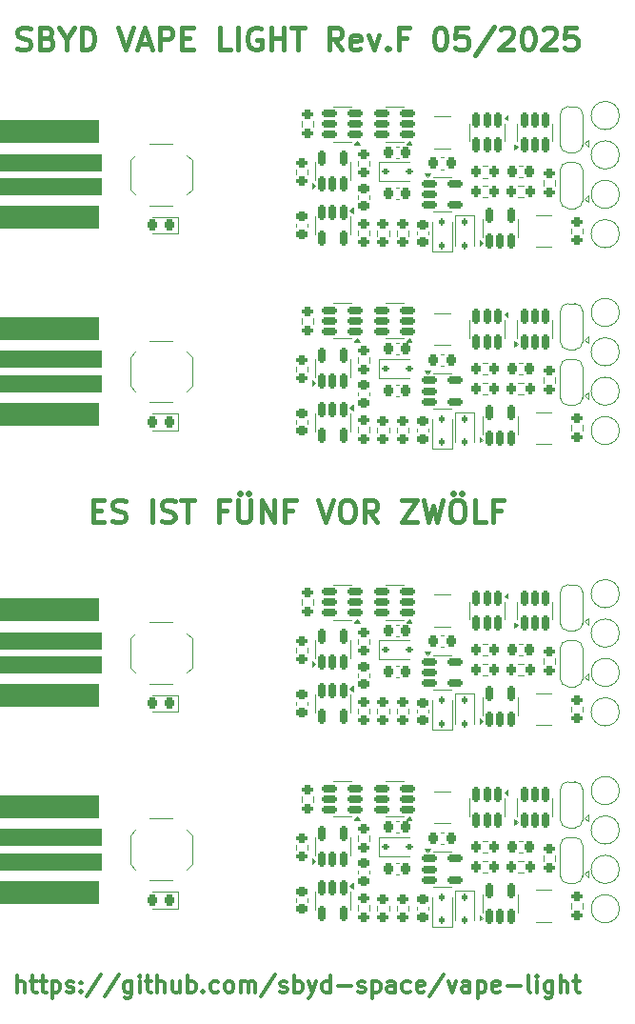
<source format=gto>
G04 #@! TF.GenerationSoftware,KiCad,Pcbnew,8.0.1*
G04 #@! TF.CreationDate,2025-05-23T10:36:48+02:00*
G04 #@! TF.ProjectId,panel-4,70616e65-6c2d-4342-9e6b-696361645f70,F*
G04 #@! TF.SameCoordinates,Original*
G04 #@! TF.FileFunction,Legend,Top*
G04 #@! TF.FilePolarity,Positive*
%FSLAX46Y46*%
G04 Gerber Fmt 4.6, Leading zero omitted, Abs format (unit mm)*
G04 Created by KiCad (PCBNEW 8.0.1) date 2025-05-23 10:36:48*
%MOMM*%
%LPD*%
G01*
G04 APERTURE LIST*
G04 Aperture macros list*
%AMRoundRect*
0 Rectangle with rounded corners*
0 $1 Rounding radius*
0 $2 $3 $4 $5 $6 $7 $8 $9 X,Y pos of 4 corners*
0 Add a 4 corners polygon primitive as box body*
4,1,4,$2,$3,$4,$5,$6,$7,$8,$9,$2,$3,0*
0 Add four circle primitives for the rounded corners*
1,1,$1+$1,$2,$3*
1,1,$1+$1,$4,$5*
1,1,$1+$1,$6,$7*
1,1,$1+$1,$8,$9*
0 Add four rect primitives between the rounded corners*
20,1,$1+$1,$2,$3,$4,$5,0*
20,1,$1+$1,$4,$5,$6,$7,0*
20,1,$1+$1,$6,$7,$8,$9,0*
20,1,$1+$1,$8,$9,$2,$3,0*%
%AMFreePoly0*
4,1,19,0.550000,-0.750000,0.000000,-0.750000,0.000000,-0.744911,-0.071157,-0.744911,-0.207708,-0.704816,-0.327430,-0.627875,-0.420627,-0.520320,-0.479746,-0.390866,-0.500000,-0.250000,-0.500000,0.250000,-0.479746,0.390866,-0.420627,0.520320,-0.327430,0.627875,-0.207708,0.704816,-0.071157,0.744911,0.000000,0.744911,0.000000,0.750000,0.550000,0.750000,0.550000,-0.750000,0.550000,-0.750000,
$1*%
%AMFreePoly1*
4,1,19,0.000000,0.744911,0.071157,0.744911,0.207708,0.704816,0.327430,0.627875,0.420627,0.520320,0.479746,0.390866,0.500000,0.250000,0.500000,-0.250000,0.479746,-0.390866,0.420627,-0.520320,0.327430,-0.627875,0.207708,-0.704816,0.071157,-0.744911,0.000000,-0.744911,0.000000,-0.750000,-0.550000,-0.750000,-0.550000,0.750000,0.000000,0.750000,0.000000,0.744911,0.000000,0.744911,
$1*%
G04 Aperture macros list end*
%ADD10C,0.400000*%
%ADD11C,0.300000*%
%ADD12C,0.120000*%
%ADD13C,0.100000*%
%ADD14RoundRect,0.200000X-0.200000X-0.275000X0.200000X-0.275000X0.200000X0.275000X-0.200000X0.275000X0*%
%ADD15C,0.500000*%
%ADD16RoundRect,0.200000X0.200000X0.275000X-0.200000X0.275000X-0.200000X-0.275000X0.200000X-0.275000X0*%
%ADD17R,0.750000X1.000000*%
%ADD18RoundRect,0.200000X0.275000X-0.200000X0.275000X0.200000X-0.275000X0.200000X-0.275000X-0.200000X0*%
%ADD19RoundRect,0.112500X-0.112500X0.187500X-0.112500X-0.187500X0.112500X-0.187500X0.112500X0.187500X0*%
%ADD20RoundRect,0.150000X-0.150000X0.512500X-0.150000X-0.512500X0.150000X-0.512500X0.150000X0.512500X0*%
%ADD21FreePoly0,90.000000*%
%ADD22R,1.500000X1.000000*%
%ADD23FreePoly1,90.000000*%
%ADD24C,2.000000*%
%ADD25RoundRect,0.112500X0.112500X-0.187500X0.112500X0.187500X-0.112500X0.187500X-0.112500X-0.187500X0*%
%ADD26RoundRect,0.150000X0.512500X0.150000X-0.512500X0.150000X-0.512500X-0.150000X0.512500X-0.150000X0*%
%ADD27RoundRect,0.225000X-0.225000X-0.250000X0.225000X-0.250000X0.225000X0.250000X-0.225000X0.250000X0*%
%ADD28RoundRect,0.150000X0.150000X-0.512500X0.150000X0.512500X-0.150000X0.512500X-0.150000X-0.512500X0*%
%ADD29RoundRect,0.200000X-0.275000X0.200000X-0.275000X-0.200000X0.275000X-0.200000X0.275000X0.200000X0*%
%ADD30RoundRect,0.225000X0.250000X-0.225000X0.250000X0.225000X-0.250000X0.225000X-0.250000X-0.225000X0*%
%ADD31RoundRect,0.225000X-0.250000X0.225000X-0.250000X-0.225000X0.250000X-0.225000X0.250000X0.225000X0*%
%ADD32RoundRect,0.218750X0.218750X0.256250X-0.218750X0.256250X-0.218750X-0.256250X0.218750X-0.256250X0*%
%ADD33RoundRect,1.000000X5.000000X-0.000010X5.000000X0.000010X-5.000000X0.000010X-5.000000X-0.000010X0*%
%ADD34RoundRect,0.750000X5.000000X-0.000010X5.000000X0.000010X-5.000000X0.000010X-5.000000X-0.000010X0*%
%ADD35RoundRect,0.225000X0.225000X0.250000X-0.225000X0.250000X-0.225000X-0.250000X0.225000X-0.250000X0*%
%ADD36C,1.152000*%
%ADD37RoundRect,0.112500X-0.187500X-0.112500X0.187500X-0.112500X0.187500X0.112500X-0.187500X0.112500X0*%
%ADD38R,0.800000X2.700000*%
%ADD39RoundRect,0.150000X-0.512500X-0.150000X0.512500X-0.150000X0.512500X0.150000X-0.512500X0.150000X0*%
G04 APERTURE END LIST*
D10*
X19357141Y-44356819D02*
X20023808Y-44356819D01*
X20309522Y-45404438D02*
X19357141Y-45404438D01*
X19357141Y-45404438D02*
X19357141Y-43404438D01*
X19357141Y-43404438D02*
X20309522Y-43404438D01*
X21071427Y-45309200D02*
X21357141Y-45404438D01*
X21357141Y-45404438D02*
X21833332Y-45404438D01*
X21833332Y-45404438D02*
X22023808Y-45309200D01*
X22023808Y-45309200D02*
X22119046Y-45213961D01*
X22119046Y-45213961D02*
X22214284Y-45023485D01*
X22214284Y-45023485D02*
X22214284Y-44833009D01*
X22214284Y-44833009D02*
X22119046Y-44642533D01*
X22119046Y-44642533D02*
X22023808Y-44547295D01*
X22023808Y-44547295D02*
X21833332Y-44452057D01*
X21833332Y-44452057D02*
X21452379Y-44356819D01*
X21452379Y-44356819D02*
X21261903Y-44261580D01*
X21261903Y-44261580D02*
X21166665Y-44166342D01*
X21166665Y-44166342D02*
X21071427Y-43975866D01*
X21071427Y-43975866D02*
X21071427Y-43785390D01*
X21071427Y-43785390D02*
X21166665Y-43594914D01*
X21166665Y-43594914D02*
X21261903Y-43499676D01*
X21261903Y-43499676D02*
X21452379Y-43404438D01*
X21452379Y-43404438D02*
X21928570Y-43404438D01*
X21928570Y-43404438D02*
X22214284Y-43499676D01*
X24595237Y-45404438D02*
X24595237Y-43404438D01*
X25452380Y-45309200D02*
X25738094Y-45404438D01*
X25738094Y-45404438D02*
X26214285Y-45404438D01*
X26214285Y-45404438D02*
X26404761Y-45309200D01*
X26404761Y-45309200D02*
X26499999Y-45213961D01*
X26499999Y-45213961D02*
X26595237Y-45023485D01*
X26595237Y-45023485D02*
X26595237Y-44833009D01*
X26595237Y-44833009D02*
X26499999Y-44642533D01*
X26499999Y-44642533D02*
X26404761Y-44547295D01*
X26404761Y-44547295D02*
X26214285Y-44452057D01*
X26214285Y-44452057D02*
X25833332Y-44356819D01*
X25833332Y-44356819D02*
X25642856Y-44261580D01*
X25642856Y-44261580D02*
X25547618Y-44166342D01*
X25547618Y-44166342D02*
X25452380Y-43975866D01*
X25452380Y-43975866D02*
X25452380Y-43785390D01*
X25452380Y-43785390D02*
X25547618Y-43594914D01*
X25547618Y-43594914D02*
X25642856Y-43499676D01*
X25642856Y-43499676D02*
X25833332Y-43404438D01*
X25833332Y-43404438D02*
X26309523Y-43404438D01*
X26309523Y-43404438D02*
X26595237Y-43499676D01*
X27166666Y-43404438D02*
X28309523Y-43404438D01*
X27738094Y-45404438D02*
X27738094Y-43404438D01*
X31166667Y-44356819D02*
X30500000Y-44356819D01*
X30500000Y-45404438D02*
X30500000Y-43404438D01*
X30500000Y-43404438D02*
X31452381Y-43404438D01*
X32214286Y-43404438D02*
X32214286Y-45023485D01*
X32214286Y-45023485D02*
X32309524Y-45213961D01*
X32309524Y-45213961D02*
X32404762Y-45309200D01*
X32404762Y-45309200D02*
X32595238Y-45404438D01*
X32595238Y-45404438D02*
X32976191Y-45404438D01*
X32976191Y-45404438D02*
X33166667Y-45309200D01*
X33166667Y-45309200D02*
X33261905Y-45213961D01*
X33261905Y-45213961D02*
X33357143Y-45023485D01*
X33357143Y-45023485D02*
X33357143Y-43404438D01*
X32404762Y-42737771D02*
X32500000Y-42833009D01*
X32500000Y-42833009D02*
X32404762Y-42928247D01*
X32404762Y-42928247D02*
X32309524Y-42833009D01*
X32309524Y-42833009D02*
X32404762Y-42737771D01*
X32404762Y-42737771D02*
X32404762Y-42928247D01*
X33166667Y-42737771D02*
X33261905Y-42833009D01*
X33261905Y-42833009D02*
X33166667Y-42928247D01*
X33166667Y-42928247D02*
X33071429Y-42833009D01*
X33071429Y-42833009D02*
X33166667Y-42737771D01*
X33166667Y-42737771D02*
X33166667Y-42928247D01*
X34309524Y-45404438D02*
X34309524Y-43404438D01*
X34309524Y-43404438D02*
X35452381Y-45404438D01*
X35452381Y-45404438D02*
X35452381Y-43404438D01*
X37071429Y-44356819D02*
X36404762Y-44356819D01*
X36404762Y-45404438D02*
X36404762Y-43404438D01*
X36404762Y-43404438D02*
X37357143Y-43404438D01*
X39357144Y-43404438D02*
X40023810Y-45404438D01*
X40023810Y-45404438D02*
X40690477Y-43404438D01*
X41738096Y-43404438D02*
X42119049Y-43404438D01*
X42119049Y-43404438D02*
X42309525Y-43499676D01*
X42309525Y-43499676D02*
X42500001Y-43690152D01*
X42500001Y-43690152D02*
X42595239Y-44071104D01*
X42595239Y-44071104D02*
X42595239Y-44737771D01*
X42595239Y-44737771D02*
X42500001Y-45118723D01*
X42500001Y-45118723D02*
X42309525Y-45309200D01*
X42309525Y-45309200D02*
X42119049Y-45404438D01*
X42119049Y-45404438D02*
X41738096Y-45404438D01*
X41738096Y-45404438D02*
X41547620Y-45309200D01*
X41547620Y-45309200D02*
X41357144Y-45118723D01*
X41357144Y-45118723D02*
X41261906Y-44737771D01*
X41261906Y-44737771D02*
X41261906Y-44071104D01*
X41261906Y-44071104D02*
X41357144Y-43690152D01*
X41357144Y-43690152D02*
X41547620Y-43499676D01*
X41547620Y-43499676D02*
X41738096Y-43404438D01*
X44595239Y-45404438D02*
X43928572Y-44452057D01*
X43452382Y-45404438D02*
X43452382Y-43404438D01*
X43452382Y-43404438D02*
X44214287Y-43404438D01*
X44214287Y-43404438D02*
X44404763Y-43499676D01*
X44404763Y-43499676D02*
X44500001Y-43594914D01*
X44500001Y-43594914D02*
X44595239Y-43785390D01*
X44595239Y-43785390D02*
X44595239Y-44071104D01*
X44595239Y-44071104D02*
X44500001Y-44261580D01*
X44500001Y-44261580D02*
X44404763Y-44356819D01*
X44404763Y-44356819D02*
X44214287Y-44452057D01*
X44214287Y-44452057D02*
X43452382Y-44452057D01*
X46785716Y-43404438D02*
X48119049Y-43404438D01*
X48119049Y-43404438D02*
X46785716Y-45404438D01*
X46785716Y-45404438D02*
X48119049Y-45404438D01*
X48690478Y-43404438D02*
X49166668Y-45404438D01*
X49166668Y-45404438D02*
X49547621Y-43975866D01*
X49547621Y-43975866D02*
X49928573Y-45404438D01*
X49928573Y-45404438D02*
X50404764Y-43404438D01*
X51547620Y-43404438D02*
X51928573Y-43404438D01*
X51928573Y-43404438D02*
X52119049Y-43499676D01*
X52119049Y-43499676D02*
X52309525Y-43690152D01*
X52309525Y-43690152D02*
X52404763Y-44071104D01*
X52404763Y-44071104D02*
X52404763Y-44737771D01*
X52404763Y-44737771D02*
X52309525Y-45118723D01*
X52309525Y-45118723D02*
X52119049Y-45309200D01*
X52119049Y-45309200D02*
X51928573Y-45404438D01*
X51928573Y-45404438D02*
X51547620Y-45404438D01*
X51547620Y-45404438D02*
X51357144Y-45309200D01*
X51357144Y-45309200D02*
X51166668Y-45118723D01*
X51166668Y-45118723D02*
X51071430Y-44737771D01*
X51071430Y-44737771D02*
X51071430Y-44071104D01*
X51071430Y-44071104D02*
X51166668Y-43690152D01*
X51166668Y-43690152D02*
X51357144Y-43499676D01*
X51357144Y-43499676D02*
X51547620Y-43404438D01*
X51357144Y-42737771D02*
X51452382Y-42833009D01*
X51452382Y-42833009D02*
X51357144Y-42928247D01*
X51357144Y-42928247D02*
X51261906Y-42833009D01*
X51261906Y-42833009D02*
X51357144Y-42737771D01*
X51357144Y-42737771D02*
X51357144Y-42928247D01*
X52119049Y-42737771D02*
X52214287Y-42833009D01*
X52214287Y-42833009D02*
X52119049Y-42928247D01*
X52119049Y-42928247D02*
X52023811Y-42833009D01*
X52023811Y-42833009D02*
X52119049Y-42737771D01*
X52119049Y-42737771D02*
X52119049Y-42928247D01*
X54214287Y-45404438D02*
X53261906Y-45404438D01*
X53261906Y-45404438D02*
X53261906Y-43404438D01*
X55547621Y-44356819D02*
X54880954Y-44356819D01*
X54880954Y-45404438D02*
X54880954Y-43404438D01*
X54880954Y-43404438D02*
X55833335Y-43404438D01*
D11*
X12607140Y-87178328D02*
X12607140Y-85678328D01*
X13249998Y-87178328D02*
X13249998Y-86392614D01*
X13249998Y-86392614D02*
X13178569Y-86249757D01*
X13178569Y-86249757D02*
X13035712Y-86178328D01*
X13035712Y-86178328D02*
X12821426Y-86178328D01*
X12821426Y-86178328D02*
X12678569Y-86249757D01*
X12678569Y-86249757D02*
X12607140Y-86321185D01*
X13749998Y-86178328D02*
X14321426Y-86178328D01*
X13964283Y-85678328D02*
X13964283Y-86964042D01*
X13964283Y-86964042D02*
X14035712Y-87106900D01*
X14035712Y-87106900D02*
X14178569Y-87178328D01*
X14178569Y-87178328D02*
X14321426Y-87178328D01*
X14607141Y-86178328D02*
X15178569Y-86178328D01*
X14821426Y-85678328D02*
X14821426Y-86964042D01*
X14821426Y-86964042D02*
X14892855Y-87106900D01*
X14892855Y-87106900D02*
X15035712Y-87178328D01*
X15035712Y-87178328D02*
X15178569Y-87178328D01*
X15678569Y-86178328D02*
X15678569Y-87678328D01*
X15678569Y-86249757D02*
X15821427Y-86178328D01*
X15821427Y-86178328D02*
X16107141Y-86178328D01*
X16107141Y-86178328D02*
X16249998Y-86249757D01*
X16249998Y-86249757D02*
X16321427Y-86321185D01*
X16321427Y-86321185D02*
X16392855Y-86464042D01*
X16392855Y-86464042D02*
X16392855Y-86892614D01*
X16392855Y-86892614D02*
X16321427Y-87035471D01*
X16321427Y-87035471D02*
X16249998Y-87106900D01*
X16249998Y-87106900D02*
X16107141Y-87178328D01*
X16107141Y-87178328D02*
X15821427Y-87178328D01*
X15821427Y-87178328D02*
X15678569Y-87106900D01*
X16964284Y-87106900D02*
X17107141Y-87178328D01*
X17107141Y-87178328D02*
X17392855Y-87178328D01*
X17392855Y-87178328D02*
X17535712Y-87106900D01*
X17535712Y-87106900D02*
X17607141Y-86964042D01*
X17607141Y-86964042D02*
X17607141Y-86892614D01*
X17607141Y-86892614D02*
X17535712Y-86749757D01*
X17535712Y-86749757D02*
X17392855Y-86678328D01*
X17392855Y-86678328D02*
X17178570Y-86678328D01*
X17178570Y-86678328D02*
X17035712Y-86606900D01*
X17035712Y-86606900D02*
X16964284Y-86464042D01*
X16964284Y-86464042D02*
X16964284Y-86392614D01*
X16964284Y-86392614D02*
X17035712Y-86249757D01*
X17035712Y-86249757D02*
X17178570Y-86178328D01*
X17178570Y-86178328D02*
X17392855Y-86178328D01*
X17392855Y-86178328D02*
X17535712Y-86249757D01*
X18249998Y-87035471D02*
X18321427Y-87106900D01*
X18321427Y-87106900D02*
X18249998Y-87178328D01*
X18249998Y-87178328D02*
X18178570Y-87106900D01*
X18178570Y-87106900D02*
X18249998Y-87035471D01*
X18249998Y-87035471D02*
X18249998Y-87178328D01*
X18249998Y-86249757D02*
X18321427Y-86321185D01*
X18321427Y-86321185D02*
X18249998Y-86392614D01*
X18249998Y-86392614D02*
X18178570Y-86321185D01*
X18178570Y-86321185D02*
X18249998Y-86249757D01*
X18249998Y-86249757D02*
X18249998Y-86392614D01*
X20035713Y-85606900D02*
X18749999Y-87535471D01*
X21607142Y-85606900D02*
X20321428Y-87535471D01*
X22750000Y-86178328D02*
X22750000Y-87392614D01*
X22750000Y-87392614D02*
X22678571Y-87535471D01*
X22678571Y-87535471D02*
X22607142Y-87606900D01*
X22607142Y-87606900D02*
X22464285Y-87678328D01*
X22464285Y-87678328D02*
X22250000Y-87678328D01*
X22250000Y-87678328D02*
X22107142Y-87606900D01*
X22750000Y-87106900D02*
X22607142Y-87178328D01*
X22607142Y-87178328D02*
X22321428Y-87178328D01*
X22321428Y-87178328D02*
X22178571Y-87106900D01*
X22178571Y-87106900D02*
X22107142Y-87035471D01*
X22107142Y-87035471D02*
X22035714Y-86892614D01*
X22035714Y-86892614D02*
X22035714Y-86464042D01*
X22035714Y-86464042D02*
X22107142Y-86321185D01*
X22107142Y-86321185D02*
X22178571Y-86249757D01*
X22178571Y-86249757D02*
X22321428Y-86178328D01*
X22321428Y-86178328D02*
X22607142Y-86178328D01*
X22607142Y-86178328D02*
X22750000Y-86249757D01*
X23464285Y-87178328D02*
X23464285Y-86178328D01*
X23464285Y-85678328D02*
X23392857Y-85749757D01*
X23392857Y-85749757D02*
X23464285Y-85821185D01*
X23464285Y-85821185D02*
X23535714Y-85749757D01*
X23535714Y-85749757D02*
X23464285Y-85678328D01*
X23464285Y-85678328D02*
X23464285Y-85821185D01*
X23964286Y-86178328D02*
X24535714Y-86178328D01*
X24178571Y-85678328D02*
X24178571Y-86964042D01*
X24178571Y-86964042D02*
X24250000Y-87106900D01*
X24250000Y-87106900D02*
X24392857Y-87178328D01*
X24392857Y-87178328D02*
X24535714Y-87178328D01*
X25035714Y-87178328D02*
X25035714Y-85678328D01*
X25678572Y-87178328D02*
X25678572Y-86392614D01*
X25678572Y-86392614D02*
X25607143Y-86249757D01*
X25607143Y-86249757D02*
X25464286Y-86178328D01*
X25464286Y-86178328D02*
X25250000Y-86178328D01*
X25250000Y-86178328D02*
X25107143Y-86249757D01*
X25107143Y-86249757D02*
X25035714Y-86321185D01*
X27035715Y-86178328D02*
X27035715Y-87178328D01*
X26392857Y-86178328D02*
X26392857Y-86964042D01*
X26392857Y-86964042D02*
X26464286Y-87106900D01*
X26464286Y-87106900D02*
X26607143Y-87178328D01*
X26607143Y-87178328D02*
X26821429Y-87178328D01*
X26821429Y-87178328D02*
X26964286Y-87106900D01*
X26964286Y-87106900D02*
X27035715Y-87035471D01*
X27750000Y-87178328D02*
X27750000Y-85678328D01*
X27750000Y-86249757D02*
X27892858Y-86178328D01*
X27892858Y-86178328D02*
X28178572Y-86178328D01*
X28178572Y-86178328D02*
X28321429Y-86249757D01*
X28321429Y-86249757D02*
X28392858Y-86321185D01*
X28392858Y-86321185D02*
X28464286Y-86464042D01*
X28464286Y-86464042D02*
X28464286Y-86892614D01*
X28464286Y-86892614D02*
X28392858Y-87035471D01*
X28392858Y-87035471D02*
X28321429Y-87106900D01*
X28321429Y-87106900D02*
X28178572Y-87178328D01*
X28178572Y-87178328D02*
X27892858Y-87178328D01*
X27892858Y-87178328D02*
X27750000Y-87106900D01*
X29107143Y-87035471D02*
X29178572Y-87106900D01*
X29178572Y-87106900D02*
X29107143Y-87178328D01*
X29107143Y-87178328D02*
X29035715Y-87106900D01*
X29035715Y-87106900D02*
X29107143Y-87035471D01*
X29107143Y-87035471D02*
X29107143Y-87178328D01*
X30464287Y-87106900D02*
X30321429Y-87178328D01*
X30321429Y-87178328D02*
X30035715Y-87178328D01*
X30035715Y-87178328D02*
X29892858Y-87106900D01*
X29892858Y-87106900D02*
X29821429Y-87035471D01*
X29821429Y-87035471D02*
X29750001Y-86892614D01*
X29750001Y-86892614D02*
X29750001Y-86464042D01*
X29750001Y-86464042D02*
X29821429Y-86321185D01*
X29821429Y-86321185D02*
X29892858Y-86249757D01*
X29892858Y-86249757D02*
X30035715Y-86178328D01*
X30035715Y-86178328D02*
X30321429Y-86178328D01*
X30321429Y-86178328D02*
X30464287Y-86249757D01*
X31321429Y-87178328D02*
X31178572Y-87106900D01*
X31178572Y-87106900D02*
X31107143Y-87035471D01*
X31107143Y-87035471D02*
X31035715Y-86892614D01*
X31035715Y-86892614D02*
X31035715Y-86464042D01*
X31035715Y-86464042D02*
X31107143Y-86321185D01*
X31107143Y-86321185D02*
X31178572Y-86249757D01*
X31178572Y-86249757D02*
X31321429Y-86178328D01*
X31321429Y-86178328D02*
X31535715Y-86178328D01*
X31535715Y-86178328D02*
X31678572Y-86249757D01*
X31678572Y-86249757D02*
X31750001Y-86321185D01*
X31750001Y-86321185D02*
X31821429Y-86464042D01*
X31821429Y-86464042D02*
X31821429Y-86892614D01*
X31821429Y-86892614D02*
X31750001Y-87035471D01*
X31750001Y-87035471D02*
X31678572Y-87106900D01*
X31678572Y-87106900D02*
X31535715Y-87178328D01*
X31535715Y-87178328D02*
X31321429Y-87178328D01*
X32464286Y-87178328D02*
X32464286Y-86178328D01*
X32464286Y-86321185D02*
X32535715Y-86249757D01*
X32535715Y-86249757D02*
X32678572Y-86178328D01*
X32678572Y-86178328D02*
X32892858Y-86178328D01*
X32892858Y-86178328D02*
X33035715Y-86249757D01*
X33035715Y-86249757D02*
X33107144Y-86392614D01*
X33107144Y-86392614D02*
X33107144Y-87178328D01*
X33107144Y-86392614D02*
X33178572Y-86249757D01*
X33178572Y-86249757D02*
X33321429Y-86178328D01*
X33321429Y-86178328D02*
X33535715Y-86178328D01*
X33535715Y-86178328D02*
X33678572Y-86249757D01*
X33678572Y-86249757D02*
X33750001Y-86392614D01*
X33750001Y-86392614D02*
X33750001Y-87178328D01*
X35535715Y-85606900D02*
X34250001Y-87535471D01*
X35964287Y-87106900D02*
X36107144Y-87178328D01*
X36107144Y-87178328D02*
X36392858Y-87178328D01*
X36392858Y-87178328D02*
X36535715Y-87106900D01*
X36535715Y-87106900D02*
X36607144Y-86964042D01*
X36607144Y-86964042D02*
X36607144Y-86892614D01*
X36607144Y-86892614D02*
X36535715Y-86749757D01*
X36535715Y-86749757D02*
X36392858Y-86678328D01*
X36392858Y-86678328D02*
X36178573Y-86678328D01*
X36178573Y-86678328D02*
X36035715Y-86606900D01*
X36035715Y-86606900D02*
X35964287Y-86464042D01*
X35964287Y-86464042D02*
X35964287Y-86392614D01*
X35964287Y-86392614D02*
X36035715Y-86249757D01*
X36035715Y-86249757D02*
X36178573Y-86178328D01*
X36178573Y-86178328D02*
X36392858Y-86178328D01*
X36392858Y-86178328D02*
X36535715Y-86249757D01*
X37250001Y-87178328D02*
X37250001Y-85678328D01*
X37250001Y-86249757D02*
X37392859Y-86178328D01*
X37392859Y-86178328D02*
X37678573Y-86178328D01*
X37678573Y-86178328D02*
X37821430Y-86249757D01*
X37821430Y-86249757D02*
X37892859Y-86321185D01*
X37892859Y-86321185D02*
X37964287Y-86464042D01*
X37964287Y-86464042D02*
X37964287Y-86892614D01*
X37964287Y-86892614D02*
X37892859Y-87035471D01*
X37892859Y-87035471D02*
X37821430Y-87106900D01*
X37821430Y-87106900D02*
X37678573Y-87178328D01*
X37678573Y-87178328D02*
X37392859Y-87178328D01*
X37392859Y-87178328D02*
X37250001Y-87106900D01*
X38464287Y-86178328D02*
X38821430Y-87178328D01*
X39178573Y-86178328D02*
X38821430Y-87178328D01*
X38821430Y-87178328D02*
X38678573Y-87535471D01*
X38678573Y-87535471D02*
X38607144Y-87606900D01*
X38607144Y-87606900D02*
X38464287Y-87678328D01*
X40392859Y-87178328D02*
X40392859Y-85678328D01*
X40392859Y-87106900D02*
X40250001Y-87178328D01*
X40250001Y-87178328D02*
X39964287Y-87178328D01*
X39964287Y-87178328D02*
X39821430Y-87106900D01*
X39821430Y-87106900D02*
X39750001Y-87035471D01*
X39750001Y-87035471D02*
X39678573Y-86892614D01*
X39678573Y-86892614D02*
X39678573Y-86464042D01*
X39678573Y-86464042D02*
X39750001Y-86321185D01*
X39750001Y-86321185D02*
X39821430Y-86249757D01*
X39821430Y-86249757D02*
X39964287Y-86178328D01*
X39964287Y-86178328D02*
X40250001Y-86178328D01*
X40250001Y-86178328D02*
X40392859Y-86249757D01*
X41107144Y-86606900D02*
X42250002Y-86606900D01*
X42892859Y-87106900D02*
X43035716Y-87178328D01*
X43035716Y-87178328D02*
X43321430Y-87178328D01*
X43321430Y-87178328D02*
X43464287Y-87106900D01*
X43464287Y-87106900D02*
X43535716Y-86964042D01*
X43535716Y-86964042D02*
X43535716Y-86892614D01*
X43535716Y-86892614D02*
X43464287Y-86749757D01*
X43464287Y-86749757D02*
X43321430Y-86678328D01*
X43321430Y-86678328D02*
X43107145Y-86678328D01*
X43107145Y-86678328D02*
X42964287Y-86606900D01*
X42964287Y-86606900D02*
X42892859Y-86464042D01*
X42892859Y-86464042D02*
X42892859Y-86392614D01*
X42892859Y-86392614D02*
X42964287Y-86249757D01*
X42964287Y-86249757D02*
X43107145Y-86178328D01*
X43107145Y-86178328D02*
X43321430Y-86178328D01*
X43321430Y-86178328D02*
X43464287Y-86249757D01*
X44178573Y-86178328D02*
X44178573Y-87678328D01*
X44178573Y-86249757D02*
X44321431Y-86178328D01*
X44321431Y-86178328D02*
X44607145Y-86178328D01*
X44607145Y-86178328D02*
X44750002Y-86249757D01*
X44750002Y-86249757D02*
X44821431Y-86321185D01*
X44821431Y-86321185D02*
X44892859Y-86464042D01*
X44892859Y-86464042D02*
X44892859Y-86892614D01*
X44892859Y-86892614D02*
X44821431Y-87035471D01*
X44821431Y-87035471D02*
X44750002Y-87106900D01*
X44750002Y-87106900D02*
X44607145Y-87178328D01*
X44607145Y-87178328D02*
X44321431Y-87178328D01*
X44321431Y-87178328D02*
X44178573Y-87106900D01*
X46178574Y-87178328D02*
X46178574Y-86392614D01*
X46178574Y-86392614D02*
X46107145Y-86249757D01*
X46107145Y-86249757D02*
X45964288Y-86178328D01*
X45964288Y-86178328D02*
X45678574Y-86178328D01*
X45678574Y-86178328D02*
X45535716Y-86249757D01*
X46178574Y-87106900D02*
X46035716Y-87178328D01*
X46035716Y-87178328D02*
X45678574Y-87178328D01*
X45678574Y-87178328D02*
X45535716Y-87106900D01*
X45535716Y-87106900D02*
X45464288Y-86964042D01*
X45464288Y-86964042D02*
X45464288Y-86821185D01*
X45464288Y-86821185D02*
X45535716Y-86678328D01*
X45535716Y-86678328D02*
X45678574Y-86606900D01*
X45678574Y-86606900D02*
X46035716Y-86606900D01*
X46035716Y-86606900D02*
X46178574Y-86535471D01*
X47535717Y-87106900D02*
X47392859Y-87178328D01*
X47392859Y-87178328D02*
X47107145Y-87178328D01*
X47107145Y-87178328D02*
X46964288Y-87106900D01*
X46964288Y-87106900D02*
X46892859Y-87035471D01*
X46892859Y-87035471D02*
X46821431Y-86892614D01*
X46821431Y-86892614D02*
X46821431Y-86464042D01*
X46821431Y-86464042D02*
X46892859Y-86321185D01*
X46892859Y-86321185D02*
X46964288Y-86249757D01*
X46964288Y-86249757D02*
X47107145Y-86178328D01*
X47107145Y-86178328D02*
X47392859Y-86178328D01*
X47392859Y-86178328D02*
X47535717Y-86249757D01*
X48750002Y-87106900D02*
X48607145Y-87178328D01*
X48607145Y-87178328D02*
X48321431Y-87178328D01*
X48321431Y-87178328D02*
X48178573Y-87106900D01*
X48178573Y-87106900D02*
X48107145Y-86964042D01*
X48107145Y-86964042D02*
X48107145Y-86392614D01*
X48107145Y-86392614D02*
X48178573Y-86249757D01*
X48178573Y-86249757D02*
X48321431Y-86178328D01*
X48321431Y-86178328D02*
X48607145Y-86178328D01*
X48607145Y-86178328D02*
X48750002Y-86249757D01*
X48750002Y-86249757D02*
X48821431Y-86392614D01*
X48821431Y-86392614D02*
X48821431Y-86535471D01*
X48821431Y-86535471D02*
X48107145Y-86678328D01*
X50535716Y-85606900D02*
X49250002Y-87535471D01*
X50892859Y-86178328D02*
X51250002Y-87178328D01*
X51250002Y-87178328D02*
X51607145Y-86178328D01*
X52821431Y-87178328D02*
X52821431Y-86392614D01*
X52821431Y-86392614D02*
X52750002Y-86249757D01*
X52750002Y-86249757D02*
X52607145Y-86178328D01*
X52607145Y-86178328D02*
X52321431Y-86178328D01*
X52321431Y-86178328D02*
X52178573Y-86249757D01*
X52821431Y-87106900D02*
X52678573Y-87178328D01*
X52678573Y-87178328D02*
X52321431Y-87178328D01*
X52321431Y-87178328D02*
X52178573Y-87106900D01*
X52178573Y-87106900D02*
X52107145Y-86964042D01*
X52107145Y-86964042D02*
X52107145Y-86821185D01*
X52107145Y-86821185D02*
X52178573Y-86678328D01*
X52178573Y-86678328D02*
X52321431Y-86606900D01*
X52321431Y-86606900D02*
X52678573Y-86606900D01*
X52678573Y-86606900D02*
X52821431Y-86535471D01*
X53535716Y-86178328D02*
X53535716Y-87678328D01*
X53535716Y-86249757D02*
X53678574Y-86178328D01*
X53678574Y-86178328D02*
X53964288Y-86178328D01*
X53964288Y-86178328D02*
X54107145Y-86249757D01*
X54107145Y-86249757D02*
X54178574Y-86321185D01*
X54178574Y-86321185D02*
X54250002Y-86464042D01*
X54250002Y-86464042D02*
X54250002Y-86892614D01*
X54250002Y-86892614D02*
X54178574Y-87035471D01*
X54178574Y-87035471D02*
X54107145Y-87106900D01*
X54107145Y-87106900D02*
X53964288Y-87178328D01*
X53964288Y-87178328D02*
X53678574Y-87178328D01*
X53678574Y-87178328D02*
X53535716Y-87106900D01*
X55464288Y-87106900D02*
X55321431Y-87178328D01*
X55321431Y-87178328D02*
X55035717Y-87178328D01*
X55035717Y-87178328D02*
X54892859Y-87106900D01*
X54892859Y-87106900D02*
X54821431Y-86964042D01*
X54821431Y-86964042D02*
X54821431Y-86392614D01*
X54821431Y-86392614D02*
X54892859Y-86249757D01*
X54892859Y-86249757D02*
X55035717Y-86178328D01*
X55035717Y-86178328D02*
X55321431Y-86178328D01*
X55321431Y-86178328D02*
X55464288Y-86249757D01*
X55464288Y-86249757D02*
X55535717Y-86392614D01*
X55535717Y-86392614D02*
X55535717Y-86535471D01*
X55535717Y-86535471D02*
X54821431Y-86678328D01*
X56178573Y-86606900D02*
X57321431Y-86606900D01*
X58250002Y-87178328D02*
X58107145Y-87106900D01*
X58107145Y-87106900D02*
X58035716Y-86964042D01*
X58035716Y-86964042D02*
X58035716Y-85678328D01*
X58821430Y-87178328D02*
X58821430Y-86178328D01*
X58821430Y-85678328D02*
X58750002Y-85749757D01*
X58750002Y-85749757D02*
X58821430Y-85821185D01*
X58821430Y-85821185D02*
X58892859Y-85749757D01*
X58892859Y-85749757D02*
X58821430Y-85678328D01*
X58821430Y-85678328D02*
X58821430Y-85821185D01*
X60178574Y-86178328D02*
X60178574Y-87392614D01*
X60178574Y-87392614D02*
X60107145Y-87535471D01*
X60107145Y-87535471D02*
X60035716Y-87606900D01*
X60035716Y-87606900D02*
X59892859Y-87678328D01*
X59892859Y-87678328D02*
X59678574Y-87678328D01*
X59678574Y-87678328D02*
X59535716Y-87606900D01*
X60178574Y-87106900D02*
X60035716Y-87178328D01*
X60035716Y-87178328D02*
X59750002Y-87178328D01*
X59750002Y-87178328D02*
X59607145Y-87106900D01*
X59607145Y-87106900D02*
X59535716Y-87035471D01*
X59535716Y-87035471D02*
X59464288Y-86892614D01*
X59464288Y-86892614D02*
X59464288Y-86464042D01*
X59464288Y-86464042D02*
X59535716Y-86321185D01*
X59535716Y-86321185D02*
X59607145Y-86249757D01*
X59607145Y-86249757D02*
X59750002Y-86178328D01*
X59750002Y-86178328D02*
X60035716Y-86178328D01*
X60035716Y-86178328D02*
X60178574Y-86249757D01*
X60892859Y-87178328D02*
X60892859Y-85678328D01*
X61535717Y-87178328D02*
X61535717Y-86392614D01*
X61535717Y-86392614D02*
X61464288Y-86249757D01*
X61464288Y-86249757D02*
X61321431Y-86178328D01*
X61321431Y-86178328D02*
X61107145Y-86178328D01*
X61107145Y-86178328D02*
X60964288Y-86249757D01*
X60964288Y-86249757D02*
X60892859Y-86321185D01*
X62035717Y-86178328D02*
X62607145Y-86178328D01*
X62250002Y-85678328D02*
X62250002Y-86964042D01*
X62250002Y-86964042D02*
X62321431Y-87106900D01*
X62321431Y-87106900D02*
X62464288Y-87178328D01*
X62464288Y-87178328D02*
X62607145Y-87178328D01*
D10*
X12595235Y-3309200D02*
X12880949Y-3404438D01*
X12880949Y-3404438D02*
X13357140Y-3404438D01*
X13357140Y-3404438D02*
X13547616Y-3309200D01*
X13547616Y-3309200D02*
X13642854Y-3213961D01*
X13642854Y-3213961D02*
X13738092Y-3023485D01*
X13738092Y-3023485D02*
X13738092Y-2833009D01*
X13738092Y-2833009D02*
X13642854Y-2642533D01*
X13642854Y-2642533D02*
X13547616Y-2547295D01*
X13547616Y-2547295D02*
X13357140Y-2452057D01*
X13357140Y-2452057D02*
X12976187Y-2356819D01*
X12976187Y-2356819D02*
X12785711Y-2261580D01*
X12785711Y-2261580D02*
X12690473Y-2166342D01*
X12690473Y-2166342D02*
X12595235Y-1975866D01*
X12595235Y-1975866D02*
X12595235Y-1785390D01*
X12595235Y-1785390D02*
X12690473Y-1594914D01*
X12690473Y-1594914D02*
X12785711Y-1499676D01*
X12785711Y-1499676D02*
X12976187Y-1404438D01*
X12976187Y-1404438D02*
X13452378Y-1404438D01*
X13452378Y-1404438D02*
X13738092Y-1499676D01*
X15261902Y-2356819D02*
X15547616Y-2452057D01*
X15547616Y-2452057D02*
X15642854Y-2547295D01*
X15642854Y-2547295D02*
X15738092Y-2737771D01*
X15738092Y-2737771D02*
X15738092Y-3023485D01*
X15738092Y-3023485D02*
X15642854Y-3213961D01*
X15642854Y-3213961D02*
X15547616Y-3309200D01*
X15547616Y-3309200D02*
X15357140Y-3404438D01*
X15357140Y-3404438D02*
X14595235Y-3404438D01*
X14595235Y-3404438D02*
X14595235Y-1404438D01*
X14595235Y-1404438D02*
X15261902Y-1404438D01*
X15261902Y-1404438D02*
X15452378Y-1499676D01*
X15452378Y-1499676D02*
X15547616Y-1594914D01*
X15547616Y-1594914D02*
X15642854Y-1785390D01*
X15642854Y-1785390D02*
X15642854Y-1975866D01*
X15642854Y-1975866D02*
X15547616Y-2166342D01*
X15547616Y-2166342D02*
X15452378Y-2261580D01*
X15452378Y-2261580D02*
X15261902Y-2356819D01*
X15261902Y-2356819D02*
X14595235Y-2356819D01*
X16976187Y-2452057D02*
X16976187Y-3404438D01*
X16309521Y-1404438D02*
X16976187Y-2452057D01*
X16976187Y-2452057D02*
X17642854Y-1404438D01*
X18309521Y-3404438D02*
X18309521Y-1404438D01*
X18309521Y-1404438D02*
X18785711Y-1404438D01*
X18785711Y-1404438D02*
X19071426Y-1499676D01*
X19071426Y-1499676D02*
X19261902Y-1690152D01*
X19261902Y-1690152D02*
X19357140Y-1880628D01*
X19357140Y-1880628D02*
X19452378Y-2261580D01*
X19452378Y-2261580D02*
X19452378Y-2547295D01*
X19452378Y-2547295D02*
X19357140Y-2928247D01*
X19357140Y-2928247D02*
X19261902Y-3118723D01*
X19261902Y-3118723D02*
X19071426Y-3309200D01*
X19071426Y-3309200D02*
X18785711Y-3404438D01*
X18785711Y-3404438D02*
X18309521Y-3404438D01*
X21547617Y-1404438D02*
X22214283Y-3404438D01*
X22214283Y-3404438D02*
X22880950Y-1404438D01*
X23452379Y-2833009D02*
X24404760Y-2833009D01*
X23261903Y-3404438D02*
X23928569Y-1404438D01*
X23928569Y-1404438D02*
X24595236Y-3404438D01*
X25261903Y-3404438D02*
X25261903Y-1404438D01*
X25261903Y-1404438D02*
X26023808Y-1404438D01*
X26023808Y-1404438D02*
X26214284Y-1499676D01*
X26214284Y-1499676D02*
X26309522Y-1594914D01*
X26309522Y-1594914D02*
X26404760Y-1785390D01*
X26404760Y-1785390D02*
X26404760Y-2071104D01*
X26404760Y-2071104D02*
X26309522Y-2261580D01*
X26309522Y-2261580D02*
X26214284Y-2356819D01*
X26214284Y-2356819D02*
X26023808Y-2452057D01*
X26023808Y-2452057D02*
X25261903Y-2452057D01*
X27261903Y-2356819D02*
X27928570Y-2356819D01*
X28214284Y-3404438D02*
X27261903Y-3404438D01*
X27261903Y-3404438D02*
X27261903Y-1404438D01*
X27261903Y-1404438D02*
X28214284Y-1404438D01*
X31547618Y-3404438D02*
X30595237Y-3404438D01*
X30595237Y-3404438D02*
X30595237Y-1404438D01*
X32214285Y-3404438D02*
X32214285Y-1404438D01*
X34214285Y-1499676D02*
X34023809Y-1404438D01*
X34023809Y-1404438D02*
X33738095Y-1404438D01*
X33738095Y-1404438D02*
X33452380Y-1499676D01*
X33452380Y-1499676D02*
X33261904Y-1690152D01*
X33261904Y-1690152D02*
X33166666Y-1880628D01*
X33166666Y-1880628D02*
X33071428Y-2261580D01*
X33071428Y-2261580D02*
X33071428Y-2547295D01*
X33071428Y-2547295D02*
X33166666Y-2928247D01*
X33166666Y-2928247D02*
X33261904Y-3118723D01*
X33261904Y-3118723D02*
X33452380Y-3309200D01*
X33452380Y-3309200D02*
X33738095Y-3404438D01*
X33738095Y-3404438D02*
X33928571Y-3404438D01*
X33928571Y-3404438D02*
X34214285Y-3309200D01*
X34214285Y-3309200D02*
X34309523Y-3213961D01*
X34309523Y-3213961D02*
X34309523Y-2547295D01*
X34309523Y-2547295D02*
X33928571Y-2547295D01*
X35166666Y-3404438D02*
X35166666Y-1404438D01*
X35166666Y-2356819D02*
X36309523Y-2356819D01*
X36309523Y-3404438D02*
X36309523Y-1404438D01*
X36976190Y-1404438D02*
X38119047Y-1404438D01*
X37547618Y-3404438D02*
X37547618Y-1404438D01*
X41452381Y-3404438D02*
X40785714Y-2452057D01*
X40309524Y-3404438D02*
X40309524Y-1404438D01*
X40309524Y-1404438D02*
X41071429Y-1404438D01*
X41071429Y-1404438D02*
X41261905Y-1499676D01*
X41261905Y-1499676D02*
X41357143Y-1594914D01*
X41357143Y-1594914D02*
X41452381Y-1785390D01*
X41452381Y-1785390D02*
X41452381Y-2071104D01*
X41452381Y-2071104D02*
X41357143Y-2261580D01*
X41357143Y-2261580D02*
X41261905Y-2356819D01*
X41261905Y-2356819D02*
X41071429Y-2452057D01*
X41071429Y-2452057D02*
X40309524Y-2452057D01*
X43071429Y-3309200D02*
X42880953Y-3404438D01*
X42880953Y-3404438D02*
X42500000Y-3404438D01*
X42500000Y-3404438D02*
X42309524Y-3309200D01*
X42309524Y-3309200D02*
X42214286Y-3118723D01*
X42214286Y-3118723D02*
X42214286Y-2356819D01*
X42214286Y-2356819D02*
X42309524Y-2166342D01*
X42309524Y-2166342D02*
X42500000Y-2071104D01*
X42500000Y-2071104D02*
X42880953Y-2071104D01*
X42880953Y-2071104D02*
X43071429Y-2166342D01*
X43071429Y-2166342D02*
X43166667Y-2356819D01*
X43166667Y-2356819D02*
X43166667Y-2547295D01*
X43166667Y-2547295D02*
X42214286Y-2737771D01*
X43833334Y-2071104D02*
X44309524Y-3404438D01*
X44309524Y-3404438D02*
X44785715Y-2071104D01*
X45547620Y-3213961D02*
X45642858Y-3309200D01*
X45642858Y-3309200D02*
X45547620Y-3404438D01*
X45547620Y-3404438D02*
X45452382Y-3309200D01*
X45452382Y-3309200D02*
X45547620Y-3213961D01*
X45547620Y-3213961D02*
X45547620Y-3404438D01*
X47166668Y-2356819D02*
X46500001Y-2356819D01*
X46500001Y-3404438D02*
X46500001Y-1404438D01*
X46500001Y-1404438D02*
X47452382Y-1404438D01*
X50119049Y-1404438D02*
X50309526Y-1404438D01*
X50309526Y-1404438D02*
X50500002Y-1499676D01*
X50500002Y-1499676D02*
X50595240Y-1594914D01*
X50595240Y-1594914D02*
X50690478Y-1785390D01*
X50690478Y-1785390D02*
X50785716Y-2166342D01*
X50785716Y-2166342D02*
X50785716Y-2642533D01*
X50785716Y-2642533D02*
X50690478Y-3023485D01*
X50690478Y-3023485D02*
X50595240Y-3213961D01*
X50595240Y-3213961D02*
X50500002Y-3309200D01*
X50500002Y-3309200D02*
X50309526Y-3404438D01*
X50309526Y-3404438D02*
X50119049Y-3404438D01*
X50119049Y-3404438D02*
X49928573Y-3309200D01*
X49928573Y-3309200D02*
X49833335Y-3213961D01*
X49833335Y-3213961D02*
X49738097Y-3023485D01*
X49738097Y-3023485D02*
X49642859Y-2642533D01*
X49642859Y-2642533D02*
X49642859Y-2166342D01*
X49642859Y-2166342D02*
X49738097Y-1785390D01*
X49738097Y-1785390D02*
X49833335Y-1594914D01*
X49833335Y-1594914D02*
X49928573Y-1499676D01*
X49928573Y-1499676D02*
X50119049Y-1404438D01*
X52595240Y-1404438D02*
X51642859Y-1404438D01*
X51642859Y-1404438D02*
X51547621Y-2356819D01*
X51547621Y-2356819D02*
X51642859Y-2261580D01*
X51642859Y-2261580D02*
X51833335Y-2166342D01*
X51833335Y-2166342D02*
X52309526Y-2166342D01*
X52309526Y-2166342D02*
X52500002Y-2261580D01*
X52500002Y-2261580D02*
X52595240Y-2356819D01*
X52595240Y-2356819D02*
X52690478Y-2547295D01*
X52690478Y-2547295D02*
X52690478Y-3023485D01*
X52690478Y-3023485D02*
X52595240Y-3213961D01*
X52595240Y-3213961D02*
X52500002Y-3309200D01*
X52500002Y-3309200D02*
X52309526Y-3404438D01*
X52309526Y-3404438D02*
X51833335Y-3404438D01*
X51833335Y-3404438D02*
X51642859Y-3309200D01*
X51642859Y-3309200D02*
X51547621Y-3213961D01*
X54976192Y-1309200D02*
X53261907Y-3880628D01*
X55547621Y-1594914D02*
X55642859Y-1499676D01*
X55642859Y-1499676D02*
X55833335Y-1404438D01*
X55833335Y-1404438D02*
X56309526Y-1404438D01*
X56309526Y-1404438D02*
X56500002Y-1499676D01*
X56500002Y-1499676D02*
X56595240Y-1594914D01*
X56595240Y-1594914D02*
X56690478Y-1785390D01*
X56690478Y-1785390D02*
X56690478Y-1975866D01*
X56690478Y-1975866D02*
X56595240Y-2261580D01*
X56595240Y-2261580D02*
X55452383Y-3404438D01*
X55452383Y-3404438D02*
X56690478Y-3404438D01*
X57928573Y-1404438D02*
X58119050Y-1404438D01*
X58119050Y-1404438D02*
X58309526Y-1499676D01*
X58309526Y-1499676D02*
X58404764Y-1594914D01*
X58404764Y-1594914D02*
X58500002Y-1785390D01*
X58500002Y-1785390D02*
X58595240Y-2166342D01*
X58595240Y-2166342D02*
X58595240Y-2642533D01*
X58595240Y-2642533D02*
X58500002Y-3023485D01*
X58500002Y-3023485D02*
X58404764Y-3213961D01*
X58404764Y-3213961D02*
X58309526Y-3309200D01*
X58309526Y-3309200D02*
X58119050Y-3404438D01*
X58119050Y-3404438D02*
X57928573Y-3404438D01*
X57928573Y-3404438D02*
X57738097Y-3309200D01*
X57738097Y-3309200D02*
X57642859Y-3213961D01*
X57642859Y-3213961D02*
X57547621Y-3023485D01*
X57547621Y-3023485D02*
X57452383Y-2642533D01*
X57452383Y-2642533D02*
X57452383Y-2166342D01*
X57452383Y-2166342D02*
X57547621Y-1785390D01*
X57547621Y-1785390D02*
X57642859Y-1594914D01*
X57642859Y-1594914D02*
X57738097Y-1499676D01*
X57738097Y-1499676D02*
X57928573Y-1404438D01*
X59357145Y-1594914D02*
X59452383Y-1499676D01*
X59452383Y-1499676D02*
X59642859Y-1404438D01*
X59642859Y-1404438D02*
X60119050Y-1404438D01*
X60119050Y-1404438D02*
X60309526Y-1499676D01*
X60309526Y-1499676D02*
X60404764Y-1594914D01*
X60404764Y-1594914D02*
X60500002Y-1785390D01*
X60500002Y-1785390D02*
X60500002Y-1975866D01*
X60500002Y-1975866D02*
X60404764Y-2261580D01*
X60404764Y-2261580D02*
X59261907Y-3404438D01*
X59261907Y-3404438D02*
X60500002Y-3404438D01*
X62309526Y-1404438D02*
X61357145Y-1404438D01*
X61357145Y-1404438D02*
X61261907Y-2356819D01*
X61261907Y-2356819D02*
X61357145Y-2261580D01*
X61357145Y-2261580D02*
X61547621Y-2166342D01*
X61547621Y-2166342D02*
X62023812Y-2166342D01*
X62023812Y-2166342D02*
X62214288Y-2261580D01*
X62214288Y-2261580D02*
X62309526Y-2356819D01*
X62309526Y-2356819D02*
X62404764Y-2547295D01*
X62404764Y-2547295D02*
X62404764Y-3023485D01*
X62404764Y-3023485D02*
X62309526Y-3213961D01*
X62309526Y-3213961D02*
X62214288Y-3309200D01*
X62214288Y-3309200D02*
X62023812Y-3404438D01*
X62023812Y-3404438D02*
X61547621Y-3404438D01*
X61547621Y-3404438D02*
X61357145Y-3309200D01*
X61357145Y-3309200D02*
X61261907Y-3213961D01*
D12*
G04 #@! TO.C,2-R4*
X53937742Y-56227500D02*
X54412258Y-56227500D01*
X53937742Y-57272500D02*
X54412258Y-57272500D01*
G04 #@! TO.C,3-R6*
X57612258Y-75477500D02*
X57137742Y-75477500D01*
X57612258Y-76522500D02*
X57137742Y-76522500D01*
G04 #@! TO.C,1-SW1*
X22625000Y-30700000D02*
X22625000Y-33300000D01*
X23075000Y-30250000D02*
X22625000Y-30700000D01*
X23075000Y-33750000D02*
X22625000Y-33300000D01*
X26375000Y-29250000D02*
X24375000Y-29250000D01*
X26375000Y-34750000D02*
X24375000Y-34750000D01*
X27675000Y-30250000D02*
X28125000Y-30700000D01*
X27675000Y-33750000D02*
X28125000Y-33300000D01*
X28125000Y-30700000D02*
X28125000Y-33300000D01*
G04 #@! TO.C,3-R9*
X42852500Y-73737258D02*
X42852500Y-73262742D01*
X43897500Y-73737258D02*
X43897500Y-73262742D01*
G04 #@! TO.C,3-R5*
X37852500Y-70237258D02*
X37852500Y-69762742D01*
X38897500Y-70237258D02*
X38897500Y-69762742D01*
G04 #@! TO.C,3-D3*
X51525000Y-78140000D02*
X51525000Y-80800000D01*
X53225000Y-78140000D02*
X51525000Y-78140000D01*
X53225000Y-78140000D02*
X53225000Y-80800000D01*
G04 #@! TO.C,1-U2*
X39065000Y-36500000D02*
X39065000Y-35700000D01*
X39065000Y-36500000D02*
X39065000Y-37300000D01*
X42185000Y-36500000D02*
X42185000Y-35700000D01*
X42185000Y-36500000D02*
X42185000Y-37300000D01*
X42465000Y-35440000D02*
X42135000Y-35200000D01*
X42465000Y-34960000D01*
X42465000Y-35440000D01*
G36*
X42465000Y-35440000D02*
G01*
X42135000Y-35200000D01*
X42465000Y-34960000D01*
X42465000Y-35440000D01*
G37*
G04 #@! TO.C,3-U2*
X39065000Y-79000000D02*
X39065000Y-78200000D01*
X39065000Y-79000000D02*
X39065000Y-79800000D01*
X42185000Y-79000000D02*
X42185000Y-78200000D01*
X42185000Y-79000000D02*
X42185000Y-79800000D01*
X42465000Y-77940000D02*
X42135000Y-77700000D01*
X42465000Y-77460000D01*
X42465000Y-77940000D01*
G36*
X42465000Y-77940000D02*
G01*
X42135000Y-77700000D01*
X42465000Y-77460000D01*
X42465000Y-77940000D01*
G37*
G04 #@! TO.C,1-R9*
X42852500Y-31237258D02*
X42852500Y-30762742D01*
X43897500Y-31237258D02*
X43897500Y-30762742D01*
G04 #@! TO.C,1-JP1*
X60875000Y-29400000D02*
X60875000Y-26600000D01*
X61575000Y-25950000D02*
X62175000Y-25950000D01*
X62175000Y-30050000D02*
X61575000Y-30050000D01*
X62875000Y-26600000D02*
X62875000Y-29400000D01*
X63075000Y-29200000D02*
X63375000Y-28900000D01*
X63075000Y-29200000D02*
X63375000Y-29500000D01*
X63375000Y-29500000D02*
X63375000Y-28900000D01*
X60875000Y-26650000D02*
G75*
G02*
X61575000Y-25950000I700000J0D01*
G01*
X61575000Y-30050000D02*
G75*
G02*
X60875000Y-29350000I-1J699999D01*
G01*
X62175000Y-25950000D02*
G75*
G02*
X62875000Y-26650000I0J-700000D01*
G01*
X62875000Y-29350000D02*
G75*
G02*
X62175000Y-30050000I-699999J-1D01*
G01*
G04 #@! TO.C,2-R9*
X42852500Y-56237258D02*
X42852500Y-55762742D01*
X43897500Y-56237258D02*
X43897500Y-55762742D01*
G04 #@! TO.C,0-J5*
X66126000Y-19750000D02*
G75*
G02*
X63624000Y-19750000I-1251000J0D01*
G01*
X63624000Y-19750000D02*
G75*
G02*
X66126000Y-19750000I1251000J0D01*
G01*
G04 #@! TO.C,0-J2*
X66126000Y-9250000D02*
G75*
G02*
X63624000Y-9250000I-1251000J0D01*
G01*
X63624000Y-9250000D02*
G75*
G02*
X66126000Y-9250000I1251000J0D01*
G01*
G04 #@! TO.C,2-D5*
X49525000Y-63860000D02*
X49525000Y-61200000D01*
X49525000Y-63860000D02*
X51225000Y-63860000D01*
X51225000Y-63860000D02*
X51225000Y-61200000D01*
G04 #@! TO.C,2-SW1*
X22625000Y-55700000D02*
X22625000Y-58300000D01*
X23075000Y-55250000D02*
X22625000Y-55700000D01*
X23075000Y-58750000D02*
X22625000Y-58300000D01*
X26375000Y-54250000D02*
X24375000Y-54250000D01*
X26375000Y-59750000D02*
X24375000Y-59750000D01*
X27675000Y-55250000D02*
X28125000Y-55700000D01*
X27675000Y-58750000D02*
X28125000Y-58300000D01*
X28125000Y-55700000D02*
X28125000Y-58300000D01*
G04 #@! TO.C,3-U5*
X41512500Y-68440000D02*
X40712500Y-68440000D01*
X41512500Y-68440000D02*
X42312500Y-68440000D01*
X41512500Y-71560000D02*
X40712500Y-71560000D01*
X41512500Y-71560000D02*
X42312500Y-71560000D01*
X43052500Y-71840000D02*
X42572500Y-71840000D01*
X42812500Y-71510000D01*
X43052500Y-71840000D01*
G36*
X43052500Y-71840000D02*
G01*
X42572500Y-71840000D01*
X42812500Y-71510000D01*
X43052500Y-71840000D01*
G37*
G04 #@! TO.C,2-C3*
X46234420Y-58190000D02*
X46515580Y-58190000D01*
X46234420Y-59210000D02*
X46515580Y-59210000D01*
G04 #@! TO.C,1-U5*
X41512500Y-25940000D02*
X40712500Y-25940000D01*
X41512500Y-25940000D02*
X42312500Y-25940000D01*
X41512500Y-29060000D02*
X40712500Y-29060000D01*
X41512500Y-29060000D02*
X42312500Y-29060000D01*
X43052500Y-29340000D02*
X42572500Y-29340000D01*
X42812500Y-29010000D01*
X43052500Y-29340000D01*
G36*
X43052500Y-29340000D02*
G01*
X42572500Y-29340000D01*
X42812500Y-29010000D01*
X43052500Y-29340000D01*
G37*
G04 #@! TO.C,0-U2*
X39065000Y-19000000D02*
X39065000Y-18200000D01*
X39065000Y-19000000D02*
X39065000Y-19800000D01*
X42185000Y-19000000D02*
X42185000Y-18200000D01*
X42185000Y-19000000D02*
X42185000Y-19800000D01*
X42465000Y-17940000D02*
X42135000Y-17700000D01*
X42465000Y-17460000D01*
X42465000Y-17940000D01*
G36*
X42465000Y-17940000D02*
G01*
X42135000Y-17700000D01*
X42465000Y-17460000D01*
X42465000Y-17940000D01*
G37*
G04 #@! TO.C,2-J2*
X66126000Y-51750000D02*
G75*
G02*
X63624000Y-51750000I-1251000J0D01*
G01*
X63624000Y-51750000D02*
G75*
G02*
X66126000Y-51750000I1251000J0D01*
G01*
G04 #@! TO.C,1-Q1*
X57065000Y-28250000D02*
X57065000Y-27450000D01*
X57065000Y-28250000D02*
X57065000Y-29050000D01*
X60185000Y-28250000D02*
X60185000Y-27450000D01*
X60185000Y-28250000D02*
X60185000Y-29050000D01*
X57115000Y-29550000D02*
X56785000Y-29790000D01*
X56785000Y-29310000D01*
X57115000Y-29550000D01*
G36*
X57115000Y-29550000D02*
G01*
X56785000Y-29790000D01*
X56785000Y-29310000D01*
X57115000Y-29550000D01*
G37*
G04 #@! TO.C,0-R10*
X61852500Y-19262742D02*
X61852500Y-19737258D01*
X62897500Y-19262742D02*
X62897500Y-19737258D01*
G04 #@! TO.C,1-R1*
X37352500Y-32012258D02*
X37352500Y-31537742D01*
X38397500Y-32012258D02*
X38397500Y-31537742D01*
G04 #@! TO.C,3-J4*
X66126000Y-76250000D02*
G75*
G02*
X63624000Y-76250000I-1251000J0D01*
G01*
X63624000Y-76250000D02*
G75*
G02*
X66126000Y-76250000I1251000J0D01*
G01*
G04 #@! TO.C,2-R3*
X54412258Y-57977500D02*
X53937742Y-57977500D01*
X54412258Y-59022500D02*
X53937742Y-59022500D01*
G04 #@! TO.C,3-U1*
X52815000Y-70750000D02*
X52815000Y-69950000D01*
X52815000Y-70750000D02*
X52815000Y-71550000D01*
X55935000Y-70750000D02*
X55935000Y-69950000D01*
X55935000Y-70750000D02*
X55935000Y-71550000D01*
X56215000Y-69690000D02*
X55885000Y-69450000D01*
X56215000Y-69210000D01*
X56215000Y-69690000D01*
G36*
X56215000Y-69690000D02*
G01*
X55885000Y-69450000D01*
X56215000Y-69210000D01*
X56215000Y-69690000D01*
G37*
G04 #@! TO.C,2-C6*
X42865000Y-59140580D02*
X42865000Y-58859420D01*
X43885000Y-59140580D02*
X43885000Y-58859420D01*
G04 #@! TO.C,0-R7*
X44602500Y-19937258D02*
X44602500Y-19462742D01*
X45647500Y-19937258D02*
X45647500Y-19462742D01*
G04 #@! TO.C,2-R6*
X57612258Y-57977500D02*
X57137742Y-57977500D01*
X57612258Y-59022500D02*
X57137742Y-59022500D01*
G04 #@! TO.C,1-C4*
X48115000Y-37059420D02*
X48115000Y-37340580D01*
X49135000Y-37059420D02*
X49135000Y-37340580D01*
G04 #@! TO.C,1-C1*
X57234420Y-31240000D02*
X57515580Y-31240000D01*
X57234420Y-32260000D02*
X57515580Y-32260000D01*
G04 #@! TO.C,3-C6*
X42865000Y-76640580D02*
X42865000Y-76359420D01*
X43885000Y-76640580D02*
X43885000Y-76359420D01*
G04 #@! TO.C,1-U4*
X46125000Y-25940000D02*
X45325000Y-25940000D01*
X46125000Y-25940000D02*
X46925000Y-25940000D01*
X46125000Y-29060000D02*
X45325000Y-29060000D01*
X46125000Y-29060000D02*
X46925000Y-29060000D01*
X47665000Y-29340000D02*
X47185000Y-29340000D01*
X47425000Y-29010000D01*
X47665000Y-29340000D01*
G36*
X47665000Y-29340000D02*
G01*
X47185000Y-29340000D01*
X47425000Y-29010000D01*
X47665000Y-29340000D01*
G37*
G04 #@! TO.C,0-D2*
X24575000Y-19735000D02*
X26860000Y-19735000D01*
X26860000Y-18265000D02*
X24575000Y-18265000D01*
X26860000Y-19735000D02*
X26860000Y-18265000D01*
G04 #@! TO.C,3-U4*
X46125000Y-68440000D02*
X45325000Y-68440000D01*
X46125000Y-68440000D02*
X46925000Y-68440000D01*
X46125000Y-71560000D02*
X45325000Y-71560000D01*
X46125000Y-71560000D02*
X46925000Y-71560000D01*
X47665000Y-71840000D02*
X47185000Y-71840000D01*
X47425000Y-71510000D01*
X47665000Y-71840000D01*
G36*
X47665000Y-71840000D02*
G01*
X47185000Y-71840000D01*
X47425000Y-71510000D01*
X47665000Y-71840000D01*
G37*
G04 #@! TO.C,3-C2*
X37365000Y-78859420D02*
X37365000Y-79140580D01*
X38385000Y-78859420D02*
X38385000Y-79140580D01*
G04 #@! TO.C,2-U1*
X52815000Y-53250000D02*
X52815000Y-52450000D01*
X52815000Y-53250000D02*
X52815000Y-54050000D01*
X55935000Y-53250000D02*
X55935000Y-52450000D01*
X55935000Y-53250000D02*
X55935000Y-54050000D01*
X56215000Y-52190000D02*
X55885000Y-51950000D01*
X56215000Y-51710000D01*
X56215000Y-52190000D01*
G36*
X56215000Y-52190000D02*
G01*
X55885000Y-51950000D01*
X56215000Y-51710000D01*
X56215000Y-52190000D01*
G37*
G04 #@! TO.C,2-R5*
X37852500Y-52737258D02*
X37852500Y-52262742D01*
X38897500Y-52737258D02*
X38897500Y-52262742D01*
G04 #@! TO.C,3-R2*
X42852500Y-79912258D02*
X42852500Y-79437742D01*
X43897500Y-79912258D02*
X43897500Y-79437742D01*
G04 #@! TO.C,0-R4*
X53937742Y-13727500D02*
X54412258Y-13727500D01*
X53937742Y-14772500D02*
X54412258Y-14772500D01*
G04 #@! TO.C,3-U6*
X53965000Y-79262500D02*
X53965000Y-78462500D01*
X53965000Y-79262500D02*
X53965000Y-80062500D01*
X57085000Y-79262500D02*
X57085000Y-78462500D01*
X57085000Y-79262500D02*
X57085000Y-80062500D01*
X54015000Y-80562500D02*
X53685000Y-80802500D01*
X53685000Y-80322500D01*
X54015000Y-80562500D01*
G36*
X54015000Y-80562500D02*
G01*
X53685000Y-80802500D01*
X53685000Y-80322500D01*
X54015000Y-80562500D01*
G37*
G04 #@! TO.C,2-R8*
X46352500Y-62437258D02*
X46352500Y-61962742D01*
X47397500Y-62437258D02*
X47397500Y-61962742D01*
G04 #@! TO.C,1-R10*
X61852500Y-36762742D02*
X61852500Y-37237258D01*
X62897500Y-36762742D02*
X62897500Y-37237258D01*
G04 #@! TO.C,0-JP4*
X60875000Y-16850000D02*
X60875000Y-14050000D01*
X61575000Y-13400000D02*
X62175000Y-13400000D01*
X62175000Y-17500000D02*
X61575000Y-17500000D01*
X62875000Y-14050000D02*
X62875000Y-16850000D01*
X63075000Y-16650000D02*
X63375000Y-16350000D01*
X63075000Y-16650000D02*
X63375000Y-16950000D01*
X63375000Y-16950000D02*
X63375000Y-16350000D01*
X60875000Y-14100000D02*
G75*
G02*
X61575000Y-13400000I700000J0D01*
G01*
X61575000Y-17500000D02*
G75*
G02*
X60875000Y-16800000I-1J699999D01*
G01*
X62175000Y-13400000D02*
G75*
G02*
X62875000Y-14100000I0J-700000D01*
G01*
X62875000Y-16800000D02*
G75*
G02*
X62175000Y-17500000I-699999J-1D01*
G01*
G04 #@! TO.C,0-JP1*
X60875000Y-11900000D02*
X60875000Y-9100000D01*
X61575000Y-8450000D02*
X62175000Y-8450000D01*
X62175000Y-12550000D02*
X61575000Y-12550000D01*
X62875000Y-9100000D02*
X62875000Y-11900000D01*
X63075000Y-11700000D02*
X63375000Y-11400000D01*
X63075000Y-11700000D02*
X63375000Y-12000000D01*
X63375000Y-12000000D02*
X63375000Y-11400000D01*
X60875000Y-9150000D02*
G75*
G02*
X61575000Y-8450000I700000J0D01*
G01*
X61575000Y-12550000D02*
G75*
G02*
X60875000Y-11850000I-1J699999D01*
G01*
X62175000Y-8450000D02*
G75*
G02*
X62875000Y-9150000I0J-700000D01*
G01*
X62875000Y-11850000D02*
G75*
G02*
X62175000Y-12550000I-699999J-1D01*
G01*
G04 #@! TO.C,2-U5*
X41512500Y-50940000D02*
X40712500Y-50940000D01*
X41512500Y-50940000D02*
X42312500Y-50940000D01*
X41512500Y-54060000D02*
X40712500Y-54060000D01*
X41512500Y-54060000D02*
X42312500Y-54060000D01*
X43052500Y-54340000D02*
X42572500Y-54340000D01*
X42812500Y-54010000D01*
X43052500Y-54340000D01*
G36*
X43052500Y-54340000D02*
G01*
X42572500Y-54340000D01*
X42812500Y-54010000D01*
X43052500Y-54340000D01*
G37*
G04 #@! TO.C,0-U1*
X52815000Y-10750000D02*
X52815000Y-9950000D01*
X52815000Y-10750000D02*
X52815000Y-11550000D01*
X55935000Y-10750000D02*
X55935000Y-9950000D01*
X55935000Y-10750000D02*
X55935000Y-11550000D01*
X56215000Y-9690000D02*
X55885000Y-9450000D01*
X56215000Y-9210000D01*
X56215000Y-9690000D01*
G36*
X56215000Y-9690000D02*
G01*
X55885000Y-9450000D01*
X56215000Y-9210000D01*
X56215000Y-9690000D01*
G37*
G04 #@! TO.C,0-U7*
X39065000Y-14200000D02*
X39065000Y-13400000D01*
X39065000Y-14200000D02*
X39065000Y-15000000D01*
X42185000Y-14200000D02*
X42185000Y-13400000D01*
X42185000Y-14200000D02*
X42185000Y-15000000D01*
X39115000Y-15500000D02*
X38785000Y-15740000D01*
X38785000Y-15260000D01*
X39115000Y-15500000D01*
G36*
X39115000Y-15500000D02*
G01*
X38785000Y-15740000D01*
X38785000Y-15260000D01*
X39115000Y-15500000D01*
G37*
G04 #@! TO.C,3-R3*
X54412258Y-75477500D02*
X53937742Y-75477500D01*
X54412258Y-76522500D02*
X53937742Y-76522500D01*
G04 #@! TO.C,1-R8*
X46352500Y-37437258D02*
X46352500Y-36962742D01*
X47397500Y-37437258D02*
X47397500Y-36962742D01*
G04 #@! TO.C,1-C5*
X50515580Y-30490000D02*
X50234420Y-30490000D01*
X50515580Y-31510000D02*
X50234420Y-31510000D01*
G04 #@! TO.C,2-C1*
X57234420Y-56240000D02*
X57515580Y-56240000D01*
X57234420Y-57260000D02*
X57515580Y-57260000D01*
G04 #@! TO.C,2-U2*
X39065000Y-61500000D02*
X39065000Y-60700000D01*
X39065000Y-61500000D02*
X39065000Y-62300000D01*
X42185000Y-61500000D02*
X42185000Y-60700000D01*
X42185000Y-61500000D02*
X42185000Y-62300000D01*
X42465000Y-60440000D02*
X42135000Y-60200000D01*
X42465000Y-59960000D01*
X42465000Y-60440000D01*
G36*
X42465000Y-60440000D02*
G01*
X42135000Y-60200000D01*
X42465000Y-59960000D01*
X42465000Y-60440000D01*
G37*
G04 #@! TO.C,0-J4*
X66126000Y-16250000D02*
G75*
G02*
X63624000Y-16250000I-1251000J0D01*
G01*
X63624000Y-16250000D02*
G75*
G02*
X66126000Y-16250000I1251000J0D01*
G01*
G04 #@! TO.C,1-R3*
X54412258Y-32977500D02*
X53937742Y-32977500D01*
X54412258Y-34022500D02*
X53937742Y-34022500D01*
G04 #@! TO.C,3-R4*
X53937742Y-73727500D02*
X54412258Y-73727500D01*
X53937742Y-74772500D02*
X54412258Y-74772500D01*
G04 #@! TO.C,1-D4*
X44765000Y-30900000D02*
X44765000Y-32600000D01*
X44765000Y-30900000D02*
X47425000Y-30900000D01*
X44765000Y-32600000D02*
X47425000Y-32600000D01*
G04 #@! TO.C,0-C5*
X50515580Y-12990000D02*
X50234420Y-12990000D01*
X50515580Y-14010000D02*
X50234420Y-14010000D01*
G04 #@! TO.C,3-J3*
X66126000Y-72750000D02*
G75*
G02*
X63624000Y-72750000I-1251000J0D01*
G01*
X63624000Y-72750000D02*
G75*
G02*
X66126000Y-72750000I1251000J0D01*
G01*
G04 #@! TO.C,3-D4*
X44765000Y-73400000D02*
X44765000Y-75100000D01*
X44765000Y-73400000D02*
X47425000Y-73400000D01*
X44765000Y-75100000D02*
X47425000Y-75100000D01*
G04 #@! TO.C,2-D3*
X51525000Y-60640000D02*
X51525000Y-63300000D01*
X53225000Y-60640000D02*
X51525000Y-60640000D01*
X53225000Y-60640000D02*
X53225000Y-63300000D01*
D13*
G04 #@! TO.C,3-L2*
X51075000Y-69350000D02*
X49675000Y-69350000D01*
X51075000Y-72150000D02*
X49675000Y-72150000D01*
D12*
G04 #@! TO.C,1-C3*
X46234420Y-33190000D02*
X46515580Y-33190000D01*
X46234420Y-34210000D02*
X46515580Y-34210000D01*
G04 #@! TO.C,1-J4*
X66126000Y-33750000D02*
G75*
G02*
X63624000Y-33750000I-1251000J0D01*
G01*
X63624000Y-33750000D02*
G75*
G02*
X66126000Y-33750000I1251000J0D01*
G01*
G04 #@! TO.C,0-SW1*
X22625000Y-13200000D02*
X22625000Y-15800000D01*
X23075000Y-12750000D02*
X22625000Y-13200000D01*
X23075000Y-16250000D02*
X22625000Y-15800000D01*
X26375000Y-11750000D02*
X24375000Y-11750000D01*
X26375000Y-17250000D02*
X24375000Y-17250000D01*
X27675000Y-12750000D02*
X28125000Y-13200000D01*
X27675000Y-16250000D02*
X28125000Y-15800000D01*
X28125000Y-13200000D02*
X28125000Y-15800000D01*
G04 #@! TO.C,2-U7*
X39065000Y-56700000D02*
X39065000Y-55900000D01*
X39065000Y-56700000D02*
X39065000Y-57500000D01*
X42185000Y-56700000D02*
X42185000Y-55900000D01*
X42185000Y-56700000D02*
X42185000Y-57500000D01*
X39115000Y-58000000D02*
X38785000Y-58240000D01*
X38785000Y-57760000D01*
X39115000Y-58000000D01*
G36*
X39115000Y-58000000D02*
G01*
X38785000Y-58240000D01*
X38785000Y-57760000D01*
X39115000Y-58000000D01*
G37*
G04 #@! TO.C,2-J4*
X66126000Y-58750000D02*
G75*
G02*
X63624000Y-58750000I-1251000J0D01*
G01*
X63624000Y-58750000D02*
G75*
G02*
X66126000Y-58750000I1251000J0D01*
G01*
G04 #@! TO.C,2-R11*
X59352500Y-57987258D02*
X59352500Y-57512742D01*
X60397500Y-57987258D02*
X60397500Y-57512742D01*
G04 #@! TO.C,3-R11*
X59352500Y-75487258D02*
X59352500Y-75012742D01*
X60397500Y-75487258D02*
X60397500Y-75012742D01*
G04 #@! TO.C,1-R6*
X57612258Y-32977500D02*
X57137742Y-32977500D01*
X57612258Y-34022500D02*
X57137742Y-34022500D01*
G04 #@! TO.C,0-D3*
X51525000Y-18140000D02*
X51525000Y-20800000D01*
X53225000Y-18140000D02*
X51525000Y-18140000D01*
X53225000Y-18140000D02*
X53225000Y-20800000D01*
G04 #@! TO.C,2-J3*
X66126000Y-55250000D02*
G75*
G02*
X63624000Y-55250000I-1251000J0D01*
G01*
X63624000Y-55250000D02*
G75*
G02*
X66126000Y-55250000I1251000J0D01*
G01*
G04 #@! TO.C,3-R8*
X46352500Y-79937258D02*
X46352500Y-79462742D01*
X47397500Y-79937258D02*
X47397500Y-79462742D01*
G04 #@! TO.C,1-R11*
X59352500Y-32987258D02*
X59352500Y-32512742D01*
X60397500Y-32987258D02*
X60397500Y-32512742D01*
D13*
G04 #@! TO.C,1-L2*
X51075000Y-26850000D02*
X49675000Y-26850000D01*
X51075000Y-29650000D02*
X49675000Y-29650000D01*
D12*
G04 #@! TO.C,3-R7*
X44602500Y-79937258D02*
X44602500Y-79462742D01*
X45647500Y-79937258D02*
X45647500Y-79462742D01*
D13*
G04 #@! TO.C,1-L1*
X60075000Y-35600000D02*
X58675000Y-35600000D01*
X60075000Y-38400000D02*
X58675000Y-38400000D01*
D12*
G04 #@! TO.C,0-R2*
X42852500Y-19912258D02*
X42852500Y-19437742D01*
X43897500Y-19912258D02*
X43897500Y-19437742D01*
G04 #@! TO.C,1-R5*
X37852500Y-27737258D02*
X37852500Y-27262742D01*
X38897500Y-27737258D02*
X38897500Y-27262742D01*
G04 #@! TO.C,0-R3*
X54412258Y-15477500D02*
X53937742Y-15477500D01*
X54412258Y-16522500D02*
X53937742Y-16522500D01*
G04 #@! TO.C,2-J5*
X66126000Y-62250000D02*
G75*
G02*
X63624000Y-62250000I-1251000J0D01*
G01*
X63624000Y-62250000D02*
G75*
G02*
X66126000Y-62250000I1251000J0D01*
G01*
G04 #@! TO.C,1-C7*
X46515580Y-29490000D02*
X46234420Y-29490000D01*
X46515580Y-30510000D02*
X46234420Y-30510000D01*
G04 #@! TO.C,3-D2*
X24575000Y-79735000D02*
X26860000Y-79735000D01*
X26860000Y-78265000D02*
X24575000Y-78265000D01*
X26860000Y-79735000D02*
X26860000Y-78265000D01*
G04 #@! TO.C,2-C2*
X37365000Y-61359420D02*
X37365000Y-61640580D01*
X38385000Y-61359420D02*
X38385000Y-61640580D01*
G04 #@! TO.C,1-D5*
X49525000Y-38860000D02*
X49525000Y-36200000D01*
X49525000Y-38860000D02*
X51225000Y-38860000D01*
X51225000Y-38860000D02*
X51225000Y-36200000D01*
G04 #@! TO.C,2-U3*
X50375000Y-57190000D02*
X49575000Y-57190000D01*
X50375000Y-57190000D02*
X51175000Y-57190000D01*
X50375000Y-60310000D02*
X49575000Y-60310000D01*
X50375000Y-60310000D02*
X51175000Y-60310000D01*
X49075000Y-57240000D02*
X48835000Y-56910000D01*
X49315000Y-56910000D01*
X49075000Y-57240000D01*
G36*
X49075000Y-57240000D02*
G01*
X48835000Y-56910000D01*
X49315000Y-56910000D01*
X49075000Y-57240000D01*
G37*
G04 #@! TO.C,1-R7*
X44602500Y-37437258D02*
X44602500Y-36962742D01*
X45647500Y-37437258D02*
X45647500Y-36962742D01*
G04 #@! TO.C,1-J2*
X66126000Y-26750000D02*
G75*
G02*
X63624000Y-26750000I-1251000J0D01*
G01*
X63624000Y-26750000D02*
G75*
G02*
X66126000Y-26750000I1251000J0D01*
G01*
G04 #@! TO.C,0-C3*
X46234420Y-15690000D02*
X46515580Y-15690000D01*
X46234420Y-16710000D02*
X46515580Y-16710000D01*
G04 #@! TO.C,1-C6*
X42865000Y-34140580D02*
X42865000Y-33859420D01*
X43885000Y-34140580D02*
X43885000Y-33859420D01*
G04 #@! TO.C,1-D3*
X51525000Y-35640000D02*
X51525000Y-38300000D01*
X53225000Y-35640000D02*
X51525000Y-35640000D01*
X53225000Y-35640000D02*
X53225000Y-38300000D01*
G04 #@! TO.C,3-R1*
X37352500Y-74512258D02*
X37352500Y-74037742D01*
X38397500Y-74512258D02*
X38397500Y-74037742D01*
G04 #@! TO.C,2-C4*
X48115000Y-62059420D02*
X48115000Y-62340580D01*
X49135000Y-62059420D02*
X49135000Y-62340580D01*
G04 #@! TO.C,3-JP1*
X60875000Y-71900000D02*
X60875000Y-69100000D01*
X61575000Y-68450000D02*
X62175000Y-68450000D01*
X62175000Y-72550000D02*
X61575000Y-72550000D01*
X62875000Y-69100000D02*
X62875000Y-71900000D01*
X63075000Y-71700000D02*
X63375000Y-71400000D01*
X63075000Y-71700000D02*
X63375000Y-72000000D01*
X63375000Y-72000000D02*
X63375000Y-71400000D01*
X60875000Y-69150000D02*
G75*
G02*
X61575000Y-68450000I700000J0D01*
G01*
X61575000Y-72550000D02*
G75*
G02*
X60875000Y-71850000I-1J699999D01*
G01*
X62175000Y-68450000D02*
G75*
G02*
X62875000Y-69150000I0J-700000D01*
G01*
X62875000Y-71850000D02*
G75*
G02*
X62175000Y-72550000I-699999J-1D01*
G01*
D13*
G04 #@! TO.C,0-L1*
X60075000Y-18100000D02*
X58675000Y-18100000D01*
X60075000Y-20900000D02*
X58675000Y-20900000D01*
D12*
G04 #@! TO.C,0-R8*
X46352500Y-19937258D02*
X46352500Y-19462742D01*
X47397500Y-19937258D02*
X47397500Y-19462742D01*
G04 #@! TO.C,1-U3*
X50375000Y-32190000D02*
X49575000Y-32190000D01*
X50375000Y-32190000D02*
X51175000Y-32190000D01*
X50375000Y-35310000D02*
X49575000Y-35310000D01*
X50375000Y-35310000D02*
X51175000Y-35310000D01*
X49075000Y-32240000D02*
X48835000Y-31910000D01*
X49315000Y-31910000D01*
X49075000Y-32240000D01*
G36*
X49075000Y-32240000D02*
G01*
X48835000Y-31910000D01*
X49315000Y-31910000D01*
X49075000Y-32240000D01*
G37*
G04 #@! TO.C,2-C7*
X46515580Y-54490000D02*
X46234420Y-54490000D01*
X46515580Y-55510000D02*
X46234420Y-55510000D01*
G04 #@! TO.C,1-R2*
X42852500Y-37412258D02*
X42852500Y-36937742D01*
X43897500Y-37412258D02*
X43897500Y-36937742D01*
G04 #@! TO.C,3-D5*
X49525000Y-81360000D02*
X49525000Y-78700000D01*
X49525000Y-81360000D02*
X51225000Y-81360000D01*
X51225000Y-81360000D02*
X51225000Y-78700000D01*
G04 #@! TO.C,1-JP4*
X60875000Y-34350000D02*
X60875000Y-31550000D01*
X61575000Y-30900000D02*
X62175000Y-30900000D01*
X62175000Y-35000000D02*
X61575000Y-35000000D01*
X62875000Y-31550000D02*
X62875000Y-34350000D01*
X63075000Y-34150000D02*
X63375000Y-33850000D01*
X63075000Y-34150000D02*
X63375000Y-34450000D01*
X63375000Y-34450000D02*
X63375000Y-33850000D01*
X60875000Y-31600000D02*
G75*
G02*
X61575000Y-30900000I700000J0D01*
G01*
X61575000Y-35000000D02*
G75*
G02*
X60875000Y-34300000I-1J699999D01*
G01*
X62175000Y-30900000D02*
G75*
G02*
X62875000Y-31600000I0J-700000D01*
G01*
X62875000Y-34300000D02*
G75*
G02*
X62175000Y-35000000I-699999J-1D01*
G01*
G04 #@! TO.C,3-R10*
X61852500Y-79262742D02*
X61852500Y-79737258D01*
X62897500Y-79262742D02*
X62897500Y-79737258D01*
G04 #@! TO.C,3-SW1*
X22625000Y-73200000D02*
X22625000Y-75800000D01*
X23075000Y-72750000D02*
X22625000Y-73200000D01*
X23075000Y-76250000D02*
X22625000Y-75800000D01*
X26375000Y-71750000D02*
X24375000Y-71750000D01*
X26375000Y-77250000D02*
X24375000Y-77250000D01*
X27675000Y-72750000D02*
X28125000Y-73200000D01*
X27675000Y-76250000D02*
X28125000Y-75800000D01*
X28125000Y-73200000D02*
X28125000Y-75800000D01*
G04 #@! TO.C,3-C7*
X46515580Y-71990000D02*
X46234420Y-71990000D01*
X46515580Y-73010000D02*
X46234420Y-73010000D01*
G04 #@! TO.C,1-C2*
X37365000Y-36359420D02*
X37365000Y-36640580D01*
X38385000Y-36359420D02*
X38385000Y-36640580D01*
G04 #@! TO.C,1-U6*
X53965000Y-36762500D02*
X53965000Y-35962500D01*
X53965000Y-36762500D02*
X53965000Y-37562500D01*
X57085000Y-36762500D02*
X57085000Y-35962500D01*
X57085000Y-36762500D02*
X57085000Y-37562500D01*
X54015000Y-38062500D02*
X53685000Y-38302500D01*
X53685000Y-37822500D01*
X54015000Y-38062500D01*
G36*
X54015000Y-38062500D02*
G01*
X53685000Y-38302500D01*
X53685000Y-37822500D01*
X54015000Y-38062500D01*
G37*
G04 #@! TO.C,0-J3*
X66126000Y-12750000D02*
G75*
G02*
X63624000Y-12750000I-1251000J0D01*
G01*
X63624000Y-12750000D02*
G75*
G02*
X66126000Y-12750000I1251000J0D01*
G01*
G04 #@! TO.C,2-R2*
X42852500Y-62412258D02*
X42852500Y-61937742D01*
X43897500Y-62412258D02*
X43897500Y-61937742D01*
G04 #@! TO.C,0-R11*
X59352500Y-15487258D02*
X59352500Y-15012742D01*
X60397500Y-15487258D02*
X60397500Y-15012742D01*
G04 #@! TO.C,3-J2*
X66126000Y-69250000D02*
G75*
G02*
X63624000Y-69250000I-1251000J0D01*
G01*
X63624000Y-69250000D02*
G75*
G02*
X66126000Y-69250000I1251000J0D01*
G01*
D13*
G04 #@! TO.C,3-L1*
X60075000Y-78100000D02*
X58675000Y-78100000D01*
X60075000Y-80900000D02*
X58675000Y-80900000D01*
D12*
G04 #@! TO.C,3-JP4*
X60875000Y-76850000D02*
X60875000Y-74050000D01*
X61575000Y-73400000D02*
X62175000Y-73400000D01*
X62175000Y-77500000D02*
X61575000Y-77500000D01*
X62875000Y-74050000D02*
X62875000Y-76850000D01*
X63075000Y-76650000D02*
X63375000Y-76350000D01*
X63075000Y-76650000D02*
X63375000Y-76950000D01*
X63375000Y-76950000D02*
X63375000Y-76350000D01*
X60875000Y-74100000D02*
G75*
G02*
X61575000Y-73400000I700000J0D01*
G01*
X61575000Y-77500000D02*
G75*
G02*
X60875000Y-76800000I-1J699999D01*
G01*
X62175000Y-73400000D02*
G75*
G02*
X62875000Y-74100000I0J-700000D01*
G01*
X62875000Y-76800000D02*
G75*
G02*
X62175000Y-77500000I-699999J-1D01*
G01*
G04 #@! TO.C,3-C1*
X57234420Y-73740000D02*
X57515580Y-73740000D01*
X57234420Y-74760000D02*
X57515580Y-74760000D01*
G04 #@! TO.C,3-U7*
X39065000Y-74200000D02*
X39065000Y-73400000D01*
X39065000Y-74200000D02*
X39065000Y-75000000D01*
X42185000Y-74200000D02*
X42185000Y-73400000D01*
X42185000Y-74200000D02*
X42185000Y-75000000D01*
X39115000Y-75500000D02*
X38785000Y-75740000D01*
X38785000Y-75260000D01*
X39115000Y-75500000D01*
G36*
X39115000Y-75500000D02*
G01*
X38785000Y-75740000D01*
X38785000Y-75260000D01*
X39115000Y-75500000D01*
G37*
G04 #@! TO.C,2-R10*
X61852500Y-61762742D02*
X61852500Y-62237258D01*
X62897500Y-61762742D02*
X62897500Y-62237258D01*
G04 #@! TO.C,0-R9*
X42852500Y-13737258D02*
X42852500Y-13262742D01*
X43897500Y-13737258D02*
X43897500Y-13262742D01*
G04 #@! TO.C,3-C5*
X50515580Y-72990000D02*
X50234420Y-72990000D01*
X50515580Y-74010000D02*
X50234420Y-74010000D01*
D13*
G04 #@! TO.C,2-L1*
X60075000Y-60600000D02*
X58675000Y-60600000D01*
X60075000Y-63400000D02*
X58675000Y-63400000D01*
D12*
G04 #@! TO.C,0-U5*
X41512500Y-8440000D02*
X40712500Y-8440000D01*
X41512500Y-8440000D02*
X42312500Y-8440000D01*
X41512500Y-11560000D02*
X40712500Y-11560000D01*
X41512500Y-11560000D02*
X42312500Y-11560000D01*
X43052500Y-11840000D02*
X42572500Y-11840000D01*
X42812500Y-11510000D01*
X43052500Y-11840000D01*
G36*
X43052500Y-11840000D02*
G01*
X42572500Y-11840000D01*
X42812500Y-11510000D01*
X43052500Y-11840000D01*
G37*
G04 #@! TO.C,0-D4*
X44765000Y-13400000D02*
X44765000Y-15100000D01*
X44765000Y-13400000D02*
X47425000Y-13400000D01*
X44765000Y-15100000D02*
X47425000Y-15100000D01*
G04 #@! TO.C,2-JP1*
X60875000Y-54400000D02*
X60875000Y-51600000D01*
X61575000Y-50950000D02*
X62175000Y-50950000D01*
X62175000Y-55050000D02*
X61575000Y-55050000D01*
X62875000Y-51600000D02*
X62875000Y-54400000D01*
X63075000Y-54200000D02*
X63375000Y-53900000D01*
X63075000Y-54200000D02*
X63375000Y-54500000D01*
X63375000Y-54500000D02*
X63375000Y-53900000D01*
X60875000Y-51650000D02*
G75*
G02*
X61575000Y-50950000I700000J0D01*
G01*
X61575000Y-55050000D02*
G75*
G02*
X60875000Y-54350000I-1J699999D01*
G01*
X62175000Y-50950000D02*
G75*
G02*
X62875000Y-51650000I0J-700000D01*
G01*
X62875000Y-54350000D02*
G75*
G02*
X62175000Y-55050000I-699999J-1D01*
G01*
G04 #@! TO.C,2-JP4*
X60875000Y-59350000D02*
X60875000Y-56550000D01*
X61575000Y-55900000D02*
X62175000Y-55900000D01*
X62175000Y-60000000D02*
X61575000Y-60000000D01*
X62875000Y-56550000D02*
X62875000Y-59350000D01*
X63075000Y-59150000D02*
X63375000Y-58850000D01*
X63075000Y-59150000D02*
X63375000Y-59450000D01*
X63375000Y-59450000D02*
X63375000Y-58850000D01*
X60875000Y-56600000D02*
G75*
G02*
X61575000Y-55900000I700000J0D01*
G01*
X61575000Y-60000000D02*
G75*
G02*
X60875000Y-59300000I-1J699999D01*
G01*
X62175000Y-55900000D02*
G75*
G02*
X62875000Y-56600000I0J-700000D01*
G01*
X62875000Y-59300000D02*
G75*
G02*
X62175000Y-60000000I-699999J-1D01*
G01*
G04 #@! TO.C,2-U6*
X53965000Y-61762500D02*
X53965000Y-60962500D01*
X53965000Y-61762500D02*
X53965000Y-62562500D01*
X57085000Y-61762500D02*
X57085000Y-60962500D01*
X57085000Y-61762500D02*
X57085000Y-62562500D01*
X54015000Y-63062500D02*
X53685000Y-63302500D01*
X53685000Y-62822500D01*
X54015000Y-63062500D01*
G36*
X54015000Y-63062500D02*
G01*
X53685000Y-63302500D01*
X53685000Y-62822500D01*
X54015000Y-63062500D01*
G37*
G04 #@! TO.C,0-R6*
X57612258Y-15477500D02*
X57137742Y-15477500D01*
X57612258Y-16522500D02*
X57137742Y-16522500D01*
G04 #@! TO.C,3-C3*
X46234420Y-75690000D02*
X46515580Y-75690000D01*
X46234420Y-76710000D02*
X46515580Y-76710000D01*
D13*
G04 #@! TO.C,0-L2*
X51075000Y-9350000D02*
X49675000Y-9350000D01*
X51075000Y-12150000D02*
X49675000Y-12150000D01*
D12*
G04 #@! TO.C,1-J3*
X66126000Y-30250000D02*
G75*
G02*
X63624000Y-30250000I-1251000J0D01*
G01*
X63624000Y-30250000D02*
G75*
G02*
X66126000Y-30250000I1251000J0D01*
G01*
G04 #@! TO.C,0-C6*
X42865000Y-16640580D02*
X42865000Y-16359420D01*
X43885000Y-16640580D02*
X43885000Y-16359420D01*
G04 #@! TO.C,0-U6*
X53965000Y-19262500D02*
X53965000Y-18462500D01*
X53965000Y-19262500D02*
X53965000Y-20062500D01*
X57085000Y-19262500D02*
X57085000Y-18462500D01*
X57085000Y-19262500D02*
X57085000Y-20062500D01*
X54015000Y-20562500D02*
X53685000Y-20802500D01*
X53685000Y-20322500D01*
X54015000Y-20562500D01*
G36*
X54015000Y-20562500D02*
G01*
X53685000Y-20802500D01*
X53685000Y-20322500D01*
X54015000Y-20562500D01*
G37*
G04 #@! TO.C,0-C4*
X48115000Y-19559420D02*
X48115000Y-19840580D01*
X49135000Y-19559420D02*
X49135000Y-19840580D01*
G04 #@! TO.C,2-R7*
X44602500Y-62437258D02*
X44602500Y-61962742D01*
X45647500Y-62437258D02*
X45647500Y-61962742D01*
G04 #@! TO.C,0-D5*
X49525000Y-21360000D02*
X49525000Y-18700000D01*
X49525000Y-21360000D02*
X51225000Y-21360000D01*
X51225000Y-21360000D02*
X51225000Y-18700000D01*
G04 #@! TO.C,3-U3*
X50375000Y-74690000D02*
X49575000Y-74690000D01*
X50375000Y-74690000D02*
X51175000Y-74690000D01*
X50375000Y-77810000D02*
X49575000Y-77810000D01*
X50375000Y-77810000D02*
X51175000Y-77810000D01*
X49075000Y-74740000D02*
X48835000Y-74410000D01*
X49315000Y-74410000D01*
X49075000Y-74740000D01*
G36*
X49075000Y-74740000D02*
G01*
X48835000Y-74410000D01*
X49315000Y-74410000D01*
X49075000Y-74740000D01*
G37*
G04 #@! TO.C,0-R5*
X37852500Y-10237258D02*
X37852500Y-9762742D01*
X38897500Y-10237258D02*
X38897500Y-9762742D01*
G04 #@! TO.C,2-U4*
X46125000Y-50940000D02*
X45325000Y-50940000D01*
X46125000Y-50940000D02*
X46925000Y-50940000D01*
X46125000Y-54060000D02*
X45325000Y-54060000D01*
X46125000Y-54060000D02*
X46925000Y-54060000D01*
X47665000Y-54340000D02*
X47185000Y-54340000D01*
X47425000Y-54010000D01*
X47665000Y-54340000D01*
G36*
X47665000Y-54340000D02*
G01*
X47185000Y-54340000D01*
X47425000Y-54010000D01*
X47665000Y-54340000D01*
G37*
G04 #@! TO.C,3-C4*
X48115000Y-79559420D02*
X48115000Y-79840580D01*
X49135000Y-79559420D02*
X49135000Y-79840580D01*
G04 #@! TO.C,1-U1*
X52815000Y-28250000D02*
X52815000Y-27450000D01*
X52815000Y-28250000D02*
X52815000Y-29050000D01*
X55935000Y-28250000D02*
X55935000Y-27450000D01*
X55935000Y-28250000D02*
X55935000Y-29050000D01*
X56215000Y-27190000D02*
X55885000Y-26950000D01*
X56215000Y-26710000D01*
X56215000Y-27190000D01*
G36*
X56215000Y-27190000D02*
G01*
X55885000Y-26950000D01*
X56215000Y-26710000D01*
X56215000Y-27190000D01*
G37*
G04 #@! TO.C,1-J5*
X66126000Y-37250000D02*
G75*
G02*
X63624000Y-37250000I-1251000J0D01*
G01*
X63624000Y-37250000D02*
G75*
G02*
X66126000Y-37250000I1251000J0D01*
G01*
G04 #@! TO.C,1-R4*
X53937742Y-31227500D02*
X54412258Y-31227500D01*
X53937742Y-32272500D02*
X54412258Y-32272500D01*
G04 #@! TO.C,0-Q1*
X57065000Y-10750000D02*
X57065000Y-9950000D01*
X57065000Y-10750000D02*
X57065000Y-11550000D01*
X60185000Y-10750000D02*
X60185000Y-9950000D01*
X60185000Y-10750000D02*
X60185000Y-11550000D01*
X57115000Y-12050000D02*
X56785000Y-12290000D01*
X56785000Y-11810000D01*
X57115000Y-12050000D01*
G36*
X57115000Y-12050000D02*
G01*
X56785000Y-12290000D01*
X56785000Y-11810000D01*
X57115000Y-12050000D01*
G37*
D13*
G04 #@! TO.C,2-L2*
X51075000Y-51850000D02*
X49675000Y-51850000D01*
X51075000Y-54650000D02*
X49675000Y-54650000D01*
D12*
G04 #@! TO.C,3-Q1*
X57065000Y-70750000D02*
X57065000Y-69950000D01*
X57065000Y-70750000D02*
X57065000Y-71550000D01*
X60185000Y-70750000D02*
X60185000Y-69950000D01*
X60185000Y-70750000D02*
X60185000Y-71550000D01*
X57115000Y-72050000D02*
X56785000Y-72290000D01*
X56785000Y-71810000D01*
X57115000Y-72050000D01*
G36*
X57115000Y-72050000D02*
G01*
X56785000Y-72290000D01*
X56785000Y-71810000D01*
X57115000Y-72050000D01*
G37*
G04 #@! TO.C,0-U4*
X46125000Y-8440000D02*
X45325000Y-8440000D01*
X46125000Y-8440000D02*
X46925000Y-8440000D01*
X46125000Y-11560000D02*
X45325000Y-11560000D01*
X46125000Y-11560000D02*
X46925000Y-11560000D01*
X47665000Y-11840000D02*
X47185000Y-11840000D01*
X47425000Y-11510000D01*
X47665000Y-11840000D01*
G36*
X47665000Y-11840000D02*
G01*
X47185000Y-11840000D01*
X47425000Y-11510000D01*
X47665000Y-11840000D01*
G37*
G04 #@! TO.C,2-R1*
X37352500Y-57012258D02*
X37352500Y-56537742D01*
X38397500Y-57012258D02*
X38397500Y-56537742D01*
G04 #@! TO.C,0-U3*
X50375000Y-14690000D02*
X49575000Y-14690000D01*
X50375000Y-14690000D02*
X51175000Y-14690000D01*
X50375000Y-17810000D02*
X49575000Y-17810000D01*
X50375000Y-17810000D02*
X51175000Y-17810000D01*
X49075000Y-14740000D02*
X48835000Y-14410000D01*
X49315000Y-14410000D01*
X49075000Y-14740000D01*
G36*
X49075000Y-14740000D02*
G01*
X48835000Y-14410000D01*
X49315000Y-14410000D01*
X49075000Y-14740000D01*
G37*
G04 #@! TO.C,2-D4*
X44765000Y-55900000D02*
X44765000Y-57600000D01*
X44765000Y-55900000D02*
X47425000Y-55900000D01*
X44765000Y-57600000D02*
X47425000Y-57600000D01*
G04 #@! TO.C,0-R1*
X37352500Y-14512258D02*
X37352500Y-14037742D01*
X38397500Y-14512258D02*
X38397500Y-14037742D01*
G04 #@! TO.C,0-C2*
X37365000Y-18859420D02*
X37365000Y-19140580D01*
X38385000Y-18859420D02*
X38385000Y-19140580D01*
G04 #@! TO.C,0-C1*
X57234420Y-13740000D02*
X57515580Y-13740000D01*
X57234420Y-14760000D02*
X57515580Y-14760000D01*
G04 #@! TO.C,3-J5*
X66126000Y-79750000D02*
G75*
G02*
X63624000Y-79750000I-1251000J0D01*
G01*
X63624000Y-79750000D02*
G75*
G02*
X66126000Y-79750000I1251000J0D01*
G01*
G04 #@! TO.C,2-D2*
X24575000Y-62235000D02*
X26860000Y-62235000D01*
X26860000Y-60765000D02*
X24575000Y-60765000D01*
X26860000Y-62235000D02*
X26860000Y-60765000D01*
G04 #@! TO.C,2-Q1*
X57065000Y-53250000D02*
X57065000Y-52450000D01*
X57065000Y-53250000D02*
X57065000Y-54050000D01*
X60185000Y-53250000D02*
X60185000Y-52450000D01*
X60185000Y-53250000D02*
X60185000Y-54050000D01*
X57115000Y-54550000D02*
X56785000Y-54790000D01*
X56785000Y-54310000D01*
X57115000Y-54550000D01*
G36*
X57115000Y-54550000D02*
G01*
X56785000Y-54790000D01*
X56785000Y-54310000D01*
X57115000Y-54550000D01*
G37*
G04 #@! TO.C,1-U7*
X39065000Y-31700000D02*
X39065000Y-30900000D01*
X39065000Y-31700000D02*
X39065000Y-32500000D01*
X42185000Y-31700000D02*
X42185000Y-30900000D01*
X42185000Y-31700000D02*
X42185000Y-32500000D01*
X39115000Y-33000000D02*
X38785000Y-33240000D01*
X38785000Y-32760000D01*
X39115000Y-33000000D01*
G36*
X39115000Y-33000000D02*
G01*
X38785000Y-33240000D01*
X38785000Y-32760000D01*
X39115000Y-33000000D01*
G37*
G04 #@! TO.C,2-C5*
X50515580Y-55490000D02*
X50234420Y-55490000D01*
X50515580Y-56510000D02*
X50234420Y-56510000D01*
G04 #@! TO.C,0-C7*
X46515580Y-11990000D02*
X46234420Y-11990000D01*
X46515580Y-13010000D02*
X46234420Y-13010000D01*
G04 #@! TO.C,1-D2*
X24575000Y-37235000D02*
X26860000Y-37235000D01*
X26860000Y-35765000D02*
X24575000Y-35765000D01*
X26860000Y-37235000D02*
X26860000Y-35765000D01*
G04 #@! TD*
%LPC*%
D14*
G04 #@! TO.C,2-R4*
X53350000Y-56750000D03*
X55000000Y-56750000D03*
G04 #@! TD*
D15*
G04 #@! TO.C,KiKit_MB_17_2*
X23274498Y-51000173D03*
G04 #@! TD*
G04 #@! TO.C,KiKit_MB_33_8*
X75000000Y-7000000D03*
G04 #@! TD*
D16*
G04 #@! TO.C,3-R6*
X58200000Y-76000000D03*
X56550000Y-76000000D03*
G04 #@! TD*
D15*
G04 #@! TO.C,KiKit_MB_6_2*
X24975498Y-20499804D03*
G04 #@! TD*
D17*
G04 #@! TO.C,1-SW1*
X27250000Y-29000000D03*
X27250000Y-35000000D03*
X23500000Y-29000000D03*
X23500000Y-35000000D03*
G04 #@! TD*
D15*
G04 #@! TO.C,KiKit_MB_14_2*
X40774502Y-49500274D03*
G04 #@! TD*
G04 #@! TO.C,KiKit_MB_17_1*
X22423998Y-51000162D03*
G04 #@! TD*
D18*
G04 #@! TO.C,3-R9*
X43375000Y-74325000D03*
X43375000Y-72675000D03*
G04 #@! TD*
D15*
G04 #@! TO.C,KiKit_MB_6_4*
X23274498Y-20499826D03*
G04 #@! TD*
D18*
G04 #@! TO.C,3-R5*
X38375000Y-70825000D03*
X38375000Y-69175000D03*
G04 #@! TD*
D19*
G04 #@! TO.C,3-D3*
X52375000Y-78700000D03*
X52375000Y-80800000D03*
G04 #@! TD*
D15*
G04 #@! TO.C,KiKit_MB_18_4*
X23274498Y-62999826D03*
G04 #@! TD*
G04 #@! TO.C,KiKit_MB_21_2*
X61475499Y-82000000D03*
G04 #@! TD*
G04 #@! TO.C,KiKit_MB_24_5*
X22423998Y-80499837D03*
G04 #@! TD*
D20*
G04 #@! TO.C,1-U2*
X41575000Y-35362500D03*
X40625000Y-35362500D03*
X39675000Y-35362500D03*
X39675000Y-37637500D03*
X41575000Y-37637500D03*
G04 #@! TD*
D15*
G04 #@! TO.C,KiKit_MB_9_2*
X61475499Y-39500000D03*
G04 #@! TD*
D20*
G04 #@! TO.C,3-U2*
X41575000Y-77862500D03*
X40625000Y-77862500D03*
X39675000Y-77862500D03*
X39675000Y-80137500D03*
X41575000Y-80137500D03*
G04 #@! TD*
D18*
G04 #@! TO.C,1-R9*
X43375000Y-31825000D03*
X43375000Y-30175000D03*
G04 #@! TD*
D21*
G04 #@! TO.C,1-JP1*
X61875000Y-29300000D03*
D22*
X61875000Y-28000000D03*
D23*
X61875000Y-26700000D03*
G04 #@! TD*
D18*
G04 #@! TO.C,2-R9*
X43375000Y-56825000D03*
X43375000Y-55175000D03*
G04 #@! TD*
D24*
G04 #@! TO.C,0-J5*
X64875000Y-19750000D03*
G04 #@! TD*
D15*
G04 #@! TO.C,KiKit_MB_21_5*
X58924000Y-82000000D03*
G04 #@! TD*
D24*
G04 #@! TO.C,0-J2*
X64875000Y-9250000D03*
G04 #@! TD*
D15*
G04 #@! TO.C,KiKit_MB_7_1*
X43325999Y-39500000D03*
G04 #@! TD*
D25*
G04 #@! TO.C,2-D5*
X50375000Y-63300000D03*
X50375000Y-61200000D03*
G04 #@! TD*
D15*
G04 #@! TO.C,KiKit_MB_11_4*
X24975498Y-26000195D03*
G04 #@! TD*
D17*
G04 #@! TO.C,2-SW1*
X27250000Y-54000000D03*
X27250000Y-60000000D03*
X23500000Y-54000000D03*
X23500000Y-60000000D03*
G04 #@! TD*
D26*
G04 #@! TO.C,3-U5*
X42650000Y-70950000D03*
X42650000Y-70000000D03*
X42650000Y-69050000D03*
X40375000Y-69050000D03*
X40375000Y-70000000D03*
X40375000Y-70950000D03*
G04 #@! TD*
D27*
G04 #@! TO.C,2-C3*
X45600000Y-58700000D03*
X47150000Y-58700000D03*
G04 #@! TD*
D26*
G04 #@! TO.C,1-U5*
X42650000Y-28450000D03*
X42650000Y-27500000D03*
X42650000Y-26550000D03*
X40375000Y-26550000D03*
X40375000Y-27500000D03*
X40375000Y-28450000D03*
G04 #@! TD*
D15*
G04 #@! TO.C,KiKit_MB_34_1*
X68625000Y-82000000D03*
G04 #@! TD*
G04 #@! TO.C,KiKit_MB_4_2*
X59774502Y-7000061D03*
G04 #@! TD*
D20*
G04 #@! TO.C,0-U2*
X41575000Y-17862500D03*
X40625000Y-17862500D03*
X39675000Y-17862500D03*
X39675000Y-20137500D03*
X41575000Y-20137500D03*
G04 #@! TD*
D24*
G04 #@! TO.C,2-J2*
X64875000Y-51750000D03*
G04 #@! TD*
D28*
G04 #@! TO.C,1-Q1*
X57675000Y-29387500D03*
X58625000Y-29387500D03*
X59575000Y-29387500D03*
X59575000Y-27112500D03*
X58625000Y-27112500D03*
X57675000Y-27112500D03*
G04 #@! TD*
D15*
G04 #@! TO.C,KiKit_MB_16_3*
X60625002Y-49500050D03*
G04 #@! TD*
G04 #@! TO.C,KiKit_MB_23_1*
X22423998Y-68500162D03*
G04 #@! TD*
G04 #@! TO.C,KiKit_MB_11_5*
X25825998Y-26000206D03*
G04 #@! TD*
G04 #@! TO.C,KiKit_MB_31_5*
X3642858Y-7000000D03*
G04 #@! TD*
G04 #@! TO.C,KiKit_MB_28_1*
X66625000Y0D03*
G04 #@! TD*
G04 #@! TO.C,KiKit_MB_21_4*
X59774500Y-82000000D03*
G04 #@! TD*
G04 #@! TO.C,KiKit_MB_31_8*
X6375000Y-7000000D03*
G04 #@! TD*
D29*
G04 #@! TO.C,0-R10*
X62375000Y-18675000D03*
X62375000Y-20325000D03*
G04 #@! TD*
D18*
G04 #@! TO.C,1-R1*
X37875000Y-32600000D03*
X37875000Y-30950000D03*
G04 #@! TD*
D15*
G04 #@! TO.C,KiKit_MB_15_4*
X59774500Y-64500000D03*
G04 #@! TD*
G04 #@! TO.C,KiKit_MB_28_6*
X66625000Y-4166667D03*
G04 #@! TD*
D24*
G04 #@! TO.C,3-J4*
X64875000Y-76250000D03*
G04 #@! TD*
D15*
G04 #@! TO.C,KiKit_MB_4_3*
X60625002Y-7000051D03*
G04 #@! TD*
G04 #@! TO.C,KiKit_MB_16_1*
X58924002Y-49500069D03*
G04 #@! TD*
G04 #@! TO.C,KiKit_MB_2_4*
X42475502Y-7000255D03*
G04 #@! TD*
D16*
G04 #@! TO.C,2-R3*
X55000000Y-58500000D03*
X53350000Y-58500000D03*
G04 #@! TD*
D20*
G04 #@! TO.C,3-U1*
X55325000Y-69612500D03*
X54375000Y-69612500D03*
X53425000Y-69612500D03*
X53425000Y-71887500D03*
X54375000Y-71887500D03*
X55325000Y-71887500D03*
G04 #@! TD*
D15*
G04 #@! TO.C,KiKit_MB_3_4*
X59774500Y-22000000D03*
G04 #@! TD*
G04 #@! TO.C,KiKit_MB_10_2*
X59774502Y-24500060D03*
G04 #@! TD*
G04 #@! TO.C,KiKit_MB_33_4*
X71357142Y-7000000D03*
G04 #@! TD*
G04 #@! TO.C,KiKit_MB_10_5*
X62326001Y-24500031D03*
G04 #@! TD*
G04 #@! TO.C,KiKit_MB_30_6*
X66625000Y-88166666D03*
G04 #@! TD*
G04 #@! TO.C,KiKit_MB_5_2*
X23274498Y-8500174D03*
G04 #@! TD*
D30*
G04 #@! TO.C,2-C6*
X43375000Y-59775000D03*
X43375000Y-58225000D03*
G04 #@! TD*
D15*
G04 #@! TO.C,KiKit_MB_1_1*
X43325999Y-22000000D03*
G04 #@! TD*
D18*
G04 #@! TO.C,0-R7*
X45125000Y-20525000D03*
X45125000Y-18875000D03*
G04 #@! TD*
D15*
G04 #@! TO.C,KiKit_MB_31_3*
X1821429Y-7000000D03*
G04 #@! TD*
G04 #@! TO.C,KiKit_MB_12_1*
X25825998Y-37999793D03*
G04 #@! TD*
D16*
G04 #@! TO.C,2-R6*
X58200000Y-58500000D03*
X56550000Y-58500000D03*
G04 #@! TD*
D31*
G04 #@! TO.C,1-C4*
X48625000Y-36425000D03*
X48625000Y-37975000D03*
G04 #@! TD*
D27*
G04 #@! TO.C,1-C1*
X56600000Y-31750000D03*
X58150000Y-31750000D03*
G04 #@! TD*
D15*
G04 #@! TO.C,KiKit_MB_5_4*
X24975498Y-8500196D03*
G04 #@! TD*
G04 #@! TO.C,KiKit_MB_24_2*
X24975498Y-80499804D03*
G04 #@! TD*
G04 #@! TO.C,KiKit_MB_3_1*
X62325999Y-22000000D03*
G04 #@! TD*
G04 #@! TO.C,KiKit_MB_25_2*
X8375000Y-42833333D03*
G04 #@! TD*
D30*
G04 #@! TO.C,3-C6*
X43375000Y-77275000D03*
X43375000Y-75725000D03*
G04 #@! TD*
D15*
G04 #@! TO.C,KiKit_MB_30_1*
X66625000Y-84000000D03*
G04 #@! TD*
G04 #@! TO.C,KiKit_MB_4_5*
X62326001Y-7000032D03*
G04 #@! TD*
G04 #@! TO.C,KiKit_MB_32_2*
X910715Y-82000000D03*
G04 #@! TD*
D26*
G04 #@! TO.C,1-U4*
X47262500Y-28450000D03*
X47262500Y-27500000D03*
X47262500Y-26550000D03*
X44987500Y-26550000D03*
X44987500Y-27500000D03*
X44987500Y-28450000D03*
G04 #@! TD*
D15*
G04 #@! TO.C,KiKit_MB_32_7*
X5464286Y-82000000D03*
G04 #@! TD*
D32*
G04 #@! TO.C,0-D2*
X26162500Y-19000000D03*
X24587500Y-19000000D03*
G04 #@! TD*
D15*
G04 #@! TO.C,KiKit_MB_24_1*
X25825998Y-80499793D03*
G04 #@! TD*
D26*
G04 #@! TO.C,3-U4*
X47262500Y-70950000D03*
X47262500Y-70000000D03*
X47262500Y-69050000D03*
X44987500Y-69050000D03*
X44987500Y-70000000D03*
X44987500Y-70950000D03*
G04 #@! TD*
D15*
G04 #@! TO.C,KiKit_MB_10_4*
X61475502Y-24500041D03*
G04 #@! TD*
G04 #@! TO.C,KiKit_MB_26_4*
X66625000Y-44500000D03*
G04 #@! TD*
G04 #@! TO.C,KiKit_MB_15_2*
X61475499Y-64500000D03*
G04 #@! TD*
D31*
G04 #@! TO.C,3-C2*
X37875000Y-78225000D03*
X37875000Y-79775000D03*
G04 #@! TD*
D15*
G04 #@! TO.C,KiKit_MB_24_3*
X24124998Y-80499815D03*
G04 #@! TD*
D20*
G04 #@! TO.C,2-U1*
X55325000Y-52112500D03*
X54375000Y-52112500D03*
X53425000Y-52112500D03*
X53425000Y-54387500D03*
X54375000Y-54387500D03*
X55325000Y-54387500D03*
G04 #@! TD*
D15*
G04 #@! TO.C,KiKit_MB_32_4*
X2732143Y-82000000D03*
G04 #@! TD*
D33*
G04 #@! TO.C,3-J1*
X14875000Y-78310000D03*
D34*
X15125000Y-75580000D03*
X15125000Y-73420000D03*
D33*
X14875000Y-70690000D03*
G04 #@! TD*
D15*
G04 #@! TO.C,KiKit_MB_20_1*
X39924002Y-67000283D03*
G04 #@! TD*
G04 #@! TO.C,KiKit_MB_34_4*
X71357142Y-82000000D03*
G04 #@! TD*
G04 #@! TO.C,KiKit_MB_13_2*
X42475499Y-64500000D03*
G04 #@! TD*
G04 #@! TO.C,KiKit_MB_13_5*
X39924000Y-64500000D03*
G04 #@! TD*
G04 #@! TO.C,KiKit_MB_27_7*
X8375000Y-5000000D03*
G04 #@! TD*
G04 #@! TO.C,KiKit_MB_5_1*
X22423998Y-8500163D03*
G04 #@! TD*
G04 #@! TO.C,KiKit_MB_14_4*
X42475502Y-49500254D03*
G04 #@! TD*
G04 #@! TO.C,KiKit_MB_20_2*
X40774502Y-67000274D03*
G04 #@! TD*
G04 #@! TO.C,KiKit_MB_34_8*
X75000000Y-82000000D03*
G04 #@! TD*
D18*
G04 #@! TO.C,2-R5*
X38375000Y-53325000D03*
X38375000Y-51675000D03*
G04 #@! TD*
G04 #@! TO.C,3-R2*
X43375000Y-80500000D03*
X43375000Y-78850000D03*
G04 #@! TD*
D15*
G04 #@! TO.C,KiKit_MB_19_3*
X41625000Y-82000000D03*
G04 #@! TD*
D14*
G04 #@! TO.C,0-R4*
X53350000Y-14250000D03*
X55000000Y-14250000D03*
G04 #@! TD*
D28*
G04 #@! TO.C,3-U6*
X54575000Y-80400000D03*
X55525000Y-80400000D03*
X56475000Y-80400000D03*
X56475000Y-78125000D03*
X54575000Y-78125000D03*
G04 #@! TD*
D18*
G04 #@! TO.C,2-R8*
X46875000Y-63025000D03*
X46875000Y-61375000D03*
G04 #@! TD*
D15*
G04 #@! TO.C,KiKit_MB_13_1*
X43325999Y-64500000D03*
G04 #@! TD*
G04 #@! TO.C,KiKit_MB_30_5*
X66625000Y-87333333D03*
G04 #@! TD*
D29*
G04 #@! TO.C,1-R10*
X62375000Y-36175000D03*
X62375000Y-37825000D03*
G04 #@! TD*
D15*
G04 #@! TO.C,KiKit_MB_32_5*
X3642858Y-82000000D03*
G04 #@! TD*
D21*
G04 #@! TO.C,0-JP4*
X61875000Y-16750000D03*
D22*
X61875000Y-15450000D03*
D23*
X61875000Y-14150000D03*
G04 #@! TD*
D21*
G04 #@! TO.C,0-JP1*
X61875000Y-11800000D03*
D22*
X61875000Y-10500000D03*
D23*
X61875000Y-9200000D03*
G04 #@! TD*
D15*
G04 #@! TO.C,KiKit_MB_12_5*
X22423998Y-37999837D03*
G04 #@! TD*
G04 #@! TO.C,KiKit_MB_33_2*
X69535714Y-7000000D03*
G04 #@! TD*
D26*
G04 #@! TO.C,2-U5*
X42650000Y-53450000D03*
X42650000Y-52500000D03*
X42650000Y-51550000D03*
X40375000Y-51550000D03*
X40375000Y-52500000D03*
X40375000Y-53450000D03*
G04 #@! TD*
D20*
G04 #@! TO.C,0-U1*
X55325000Y-9612500D03*
X54375000Y-9612500D03*
X53425000Y-9612500D03*
X53425000Y-11887500D03*
X54375000Y-11887500D03*
X55325000Y-11887500D03*
G04 #@! TD*
D28*
G04 #@! TO.C,0-U7*
X39675000Y-15337500D03*
X40625000Y-15337500D03*
X41575000Y-15337500D03*
X41575000Y-13062500D03*
X39675000Y-13062500D03*
G04 #@! TD*
D15*
G04 #@! TO.C,KiKit_MB_2_2*
X40774502Y-7000275D03*
G04 #@! TD*
D16*
G04 #@! TO.C,3-R3*
X55000000Y-76000000D03*
X53350000Y-76000000D03*
G04 #@! TD*
D15*
G04 #@! TO.C,KiKit_MB_24_4*
X23274498Y-80499826D03*
G04 #@! TD*
G04 #@! TO.C,KiKit_MB_28_7*
X66625000Y-5000000D03*
G04 #@! TD*
G04 #@! TO.C,KiKit_MB_33_1*
X68625000Y-7000000D03*
G04 #@! TD*
G04 #@! TO.C,KiKit_MB_33_3*
X70446428Y-7000000D03*
G04 #@! TD*
D18*
G04 #@! TO.C,1-R8*
X46875000Y-38025000D03*
X46875000Y-36375000D03*
G04 #@! TD*
D15*
G04 #@! TO.C,KiKit_MB_2_5*
X43326001Y-7000246D03*
G04 #@! TD*
G04 #@! TO.C,KiKit_MB_28_4*
X66625000Y-2500000D03*
G04 #@! TD*
G04 #@! TO.C,KiKit_MB_10_3*
X60625002Y-24500050D03*
G04 #@! TD*
D24*
G04 #@! TO.C,KiKit_FID_T_3*
X4500000Y-84500000D03*
G04 #@! TD*
D15*
G04 #@! TO.C,KiKit_MB_19_1*
X43325999Y-82000000D03*
G04 #@! TD*
G04 #@! TO.C,KiKit_MB_3_2*
X61475499Y-22000000D03*
G04 #@! TD*
D35*
G04 #@! TO.C,1-C5*
X51150000Y-31000000D03*
X49600000Y-31000000D03*
G04 #@! TD*
D15*
G04 #@! TO.C,KiKit_MB_32_6*
X4553572Y-82000000D03*
G04 #@! TD*
D27*
G04 #@! TO.C,2-C1*
X56600000Y-56750000D03*
X58150000Y-56750000D03*
G04 #@! TD*
D36*
G04 #@! TO.C,KiKit_TO_3*
X2500000Y-86500000D03*
G04 #@! TD*
D24*
G04 #@! TO.C,KiKit_FID_T_1*
X4500000Y-4500000D03*
G04 #@! TD*
D15*
G04 #@! TO.C,KiKit_MB_29_4*
X8375000Y-86500000D03*
G04 #@! TD*
D20*
G04 #@! TO.C,2-U2*
X41575000Y-60362500D03*
X40625000Y-60362500D03*
X39675000Y-60362500D03*
X39675000Y-62637500D03*
X41575000Y-62637500D03*
G04 #@! TD*
D24*
G04 #@! TO.C,0-J4*
X64875000Y-16250000D03*
G04 #@! TD*
D16*
G04 #@! TO.C,1-R3*
X55000000Y-33500000D03*
X53350000Y-33500000D03*
G04 #@! TD*
D15*
G04 #@! TO.C,KiKit_MB_26_7*
X66625000Y-47000000D03*
G04 #@! TD*
D14*
G04 #@! TO.C,3-R4*
X53350000Y-74250000D03*
X55000000Y-74250000D03*
G04 #@! TD*
D33*
G04 #@! TO.C,0-J1*
X14875000Y-18310000D03*
D34*
X15125000Y-15580000D03*
X15125000Y-13420000D03*
D33*
X14875000Y-10690000D03*
G04 #@! TD*
D15*
G04 #@! TO.C,KiKit_MB_15_5*
X58924000Y-64500000D03*
G04 #@! TD*
D37*
G04 #@! TO.C,1-D4*
X45325000Y-31750000D03*
X47425000Y-31750000D03*
G04 #@! TD*
D35*
G04 #@! TO.C,0-C5*
X51150000Y-13500000D03*
X49600000Y-13500000D03*
G04 #@! TD*
D15*
G04 #@! TO.C,KiKit_MB_12_3*
X24124998Y-37999815D03*
G04 #@! TD*
G04 #@! TO.C,KiKit_MB_27_5*
X8375000Y-3333334D03*
G04 #@! TD*
D24*
G04 #@! TO.C,3-J3*
X64875000Y-72750000D03*
G04 #@! TD*
D37*
G04 #@! TO.C,3-D4*
X45325000Y-74250000D03*
X47425000Y-74250000D03*
G04 #@! TD*
D19*
G04 #@! TO.C,2-D3*
X52375000Y-61200000D03*
X52375000Y-63300000D03*
G04 #@! TD*
D15*
G04 #@! TO.C,KiKit_MB_5_3*
X24124998Y-8500185D03*
G04 #@! TD*
D38*
G04 #@! TO.C,3-L2*
X51525000Y-70750000D03*
X49225000Y-70750000D03*
G04 #@! TD*
D27*
G04 #@! TO.C,1-C3*
X45600000Y-33700000D03*
X47150000Y-33700000D03*
G04 #@! TD*
D33*
G04 #@! TO.C,2-J1*
X14875000Y-60810000D03*
D34*
X15125000Y-58080000D03*
X15125000Y-55920000D03*
D33*
X14875000Y-53190000D03*
G04 #@! TD*
D15*
G04 #@! TO.C,KiKit_MB_8_4*
X42475502Y-24500254D03*
G04 #@! TD*
D24*
G04 #@! TO.C,1-J4*
X64875000Y-33750000D03*
G04 #@! TD*
D15*
G04 #@! TO.C,KiKit_MB_19_5*
X39924000Y-82000000D03*
G04 #@! TD*
G04 #@! TO.C,KiKit_MB_9_1*
X62325999Y-39500000D03*
G04 #@! TD*
D17*
G04 #@! TO.C,0-SW1*
X27250000Y-11500000D03*
X27250000Y-17500000D03*
X23500000Y-11500000D03*
X23500000Y-17500000D03*
G04 #@! TD*
D15*
G04 #@! TO.C,KiKit_MB_25_7*
X8375000Y-47000000D03*
G04 #@! TD*
G04 #@! TO.C,KiKit_MB_29_7*
X8375000Y-89000000D03*
G04 #@! TD*
G04 #@! TO.C,KiKit_MB_7_2*
X42475499Y-39500000D03*
G04 #@! TD*
D28*
G04 #@! TO.C,2-U7*
X39675000Y-57837500D03*
X40625000Y-57837500D03*
X41575000Y-57837500D03*
X41575000Y-55562500D03*
X39675000Y-55562500D03*
G04 #@! TD*
D24*
G04 #@! TO.C,2-J4*
X64875000Y-58750000D03*
G04 #@! TD*
D15*
G04 #@! TO.C,KiKit_MB_6_3*
X24124998Y-20499815D03*
G04 #@! TD*
G04 #@! TO.C,KiKit_MB_1_4*
X40774500Y-22000000D03*
G04 #@! TD*
D18*
G04 #@! TO.C,2-R11*
X59875000Y-58575000D03*
X59875000Y-56925000D03*
G04 #@! TD*
D15*
G04 #@! TO.C,KiKit_MB_21_3*
X60625000Y-82000000D03*
G04 #@! TD*
G04 #@! TO.C,KiKit_MB_34_2*
X69535714Y-82000000D03*
G04 #@! TD*
D18*
G04 #@! TO.C,3-R11*
X59875000Y-76075000D03*
X59875000Y-74425000D03*
G04 #@! TD*
D15*
G04 #@! TO.C,KiKit_MB_27_1*
X8375000Y0D03*
G04 #@! TD*
G04 #@! TO.C,KiKit_MB_31_2*
X910715Y-7000000D03*
G04 #@! TD*
G04 #@! TO.C,KiKit_MB_9_5*
X58924000Y-39500000D03*
G04 #@! TD*
G04 #@! TO.C,KiKit_MB_7_4*
X40774500Y-39500000D03*
G04 #@! TD*
D16*
G04 #@! TO.C,1-R6*
X58200000Y-33500000D03*
X56550000Y-33500000D03*
G04 #@! TD*
D19*
G04 #@! TO.C,0-D3*
X52375000Y-18700000D03*
X52375000Y-20800000D03*
G04 #@! TD*
D15*
G04 #@! TO.C,KiKit_MB_13_3*
X41625000Y-64500000D03*
G04 #@! TD*
G04 #@! TO.C,KiKit_MB_29_6*
X8375000Y-88166666D03*
G04 #@! TD*
G04 #@! TO.C,KiKit_MB_26_2*
X66625000Y-42833333D03*
G04 #@! TD*
G04 #@! TO.C,KiKit_MB_25_6*
X8375000Y-46166666D03*
G04 #@! TD*
G04 #@! TO.C,KiKit_MB_1_2*
X42475499Y-22000000D03*
G04 #@! TD*
D36*
G04 #@! TO.C,KiKit_TO_1*
X2500000Y-2500000D03*
G04 #@! TD*
D15*
G04 #@! TO.C,KiKit_MB_22_3*
X60625002Y-67000050D03*
G04 #@! TD*
G04 #@! TO.C,KiKit_MB_28_2*
X66625000Y-833334D03*
G04 #@! TD*
G04 #@! TO.C,KiKit_MB_1_5*
X39924000Y-22000000D03*
G04 #@! TD*
D36*
G04 #@! TO.C,KiKit_TO_2*
X72500000Y-2500000D03*
G04 #@! TD*
D24*
G04 #@! TO.C,2-J3*
X64875000Y-55250000D03*
G04 #@! TD*
D18*
G04 #@! TO.C,3-R8*
X46875000Y-80525000D03*
X46875000Y-78875000D03*
G04 #@! TD*
G04 #@! TO.C,1-R11*
X59875000Y-33575000D03*
X59875000Y-31925000D03*
G04 #@! TD*
D15*
G04 #@! TO.C,KiKit_MB_23_3*
X24124998Y-68500184D03*
G04 #@! TD*
G04 #@! TO.C,KiKit_MB_3_3*
X60625000Y-22000000D03*
G04 #@! TD*
D38*
G04 #@! TO.C,1-L2*
X51525000Y-28250000D03*
X49225000Y-28250000D03*
G04 #@! TD*
D15*
G04 #@! TO.C,KiKit_MB_4_4*
X61475502Y-7000042D03*
G04 #@! TD*
G04 #@! TO.C,KiKit_MB_29_3*
X8375000Y-85666666D03*
G04 #@! TD*
G04 #@! TO.C,KiKit_MB_34_3*
X70446428Y-82000000D03*
G04 #@! TD*
D33*
G04 #@! TO.C,1-J1*
X14875000Y-35810000D03*
D34*
X15125000Y-33080000D03*
X15125000Y-30920000D03*
D33*
X14875000Y-28190000D03*
G04 #@! TD*
D15*
G04 #@! TO.C,KiKit_MB_23_2*
X23274498Y-68500173D03*
G04 #@! TD*
G04 #@! TO.C,KiKit_MB_4_1*
X58924002Y-7000070D03*
G04 #@! TD*
D18*
G04 #@! TO.C,3-R7*
X45125000Y-80525000D03*
X45125000Y-78875000D03*
G04 #@! TD*
D15*
G04 #@! TO.C,KiKit_MB_2_1*
X39924002Y-7000284D03*
G04 #@! TD*
D38*
G04 #@! TO.C,1-L1*
X60525000Y-37000000D03*
X58225000Y-37000000D03*
G04 #@! TD*
D18*
G04 #@! TO.C,0-R2*
X43375000Y-20500000D03*
X43375000Y-18850000D03*
G04 #@! TD*
G04 #@! TO.C,1-R5*
X38375000Y-28325000D03*
X38375000Y-26675000D03*
G04 #@! TD*
D15*
G04 #@! TO.C,KiKit_MB_8_2*
X40774502Y-24500274D03*
G04 #@! TD*
D16*
G04 #@! TO.C,0-R3*
X55000000Y-16000000D03*
X53350000Y-16000000D03*
G04 #@! TD*
D15*
G04 #@! TO.C,KiKit_MB_9_3*
X60625000Y-39500000D03*
G04 #@! TD*
G04 #@! TO.C,KiKit_MB_27_4*
X8375000Y-2500000D03*
G04 #@! TD*
D24*
G04 #@! TO.C,2-J5*
X64875000Y-62250000D03*
G04 #@! TD*
D15*
G04 #@! TO.C,KiKit_MB_9_4*
X59774500Y-39500000D03*
G04 #@! TD*
D35*
G04 #@! TO.C,1-C7*
X47150000Y-30000000D03*
X45600000Y-30000000D03*
G04 #@! TD*
D32*
G04 #@! TO.C,3-D2*
X26162500Y-79000000D03*
X24587500Y-79000000D03*
G04 #@! TD*
D15*
G04 #@! TO.C,KiKit_MB_18_5*
X22423998Y-62999837D03*
G04 #@! TD*
G04 #@! TO.C,KiKit_MB_22_4*
X61475502Y-67000041D03*
G04 #@! TD*
G04 #@! TO.C,KiKit_MB_7_3*
X41625000Y-39500000D03*
G04 #@! TD*
D31*
G04 #@! TO.C,2-C2*
X37875000Y-60725000D03*
X37875000Y-62275000D03*
G04 #@! TD*
D25*
G04 #@! TO.C,1-D5*
X50375000Y-38300000D03*
X50375000Y-36200000D03*
G04 #@! TD*
D15*
G04 #@! TO.C,KiKit_MB_16_5*
X62326001Y-49500031D03*
G04 #@! TD*
D39*
G04 #@! TO.C,2-U3*
X49237500Y-57800000D03*
X49237500Y-58750000D03*
X49237500Y-59700000D03*
X51512500Y-59700000D03*
X51512500Y-57800000D03*
G04 #@! TD*
D15*
G04 #@! TO.C,KiKit_MB_2_3*
X41625002Y-7000265D03*
G04 #@! TD*
D18*
G04 #@! TO.C,1-R7*
X45125000Y-38025000D03*
X45125000Y-36375000D03*
G04 #@! TD*
D24*
G04 #@! TO.C,1-J2*
X64875000Y-26750000D03*
G04 #@! TD*
D15*
G04 #@! TO.C,KiKit_MB_27_3*
X8375000Y-1666667D03*
G04 #@! TD*
G04 #@! TO.C,KiKit_MB_15_3*
X60625000Y-64500000D03*
G04 #@! TD*
G04 #@! TO.C,KiKit_MB_28_5*
X66625000Y-3333334D03*
G04 #@! TD*
D27*
G04 #@! TO.C,0-C3*
X45600000Y-16200000D03*
X47150000Y-16200000D03*
G04 #@! TD*
D15*
G04 #@! TO.C,KiKit_MB_25_1*
X8375000Y-42000000D03*
G04 #@! TD*
D30*
G04 #@! TO.C,1-C6*
X43375000Y-34775000D03*
X43375000Y-33225000D03*
G04 #@! TD*
D19*
G04 #@! TO.C,1-D3*
X52375000Y-36200000D03*
X52375000Y-38300000D03*
G04 #@! TD*
D18*
G04 #@! TO.C,3-R1*
X37875000Y-75100000D03*
X37875000Y-73450000D03*
G04 #@! TD*
D15*
G04 #@! TO.C,KiKit_MB_10_1*
X58924002Y-24500069D03*
G04 #@! TD*
G04 #@! TO.C,KiKit_MB_3_5*
X58924000Y-22000000D03*
G04 #@! TD*
G04 #@! TO.C,KiKit_MB_19_4*
X40774500Y-82000000D03*
G04 #@! TD*
G04 #@! TO.C,KiKit_MB_20_5*
X43326001Y-67000245D03*
G04 #@! TD*
G04 #@! TO.C,KiKit_MB_12_2*
X24975498Y-37999804D03*
G04 #@! TD*
D31*
G04 #@! TO.C,2-C4*
X48625000Y-61425000D03*
X48625000Y-62975000D03*
G04 #@! TD*
D15*
G04 #@! TO.C,KiKit_MB_27_2*
X8375000Y-833334D03*
G04 #@! TD*
G04 #@! TO.C,KiKit_MB_16_4*
X61475502Y-49500041D03*
G04 #@! TD*
G04 #@! TO.C,KiKit_MB_20_3*
X41625002Y-67000264D03*
G04 #@! TD*
G04 #@! TO.C,KiKit_MB_14_3*
X41625002Y-49500264D03*
G04 #@! TD*
G04 #@! TO.C,KiKit_MB_19_2*
X42475499Y-82000000D03*
G04 #@! TD*
D21*
G04 #@! TO.C,3-JP1*
X61875000Y-71800000D03*
D22*
X61875000Y-70500000D03*
D23*
X61875000Y-69200000D03*
G04 #@! TD*
D15*
G04 #@! TO.C,KiKit_MB_34_5*
X72267857Y-82000000D03*
G04 #@! TD*
D38*
G04 #@! TO.C,0-L1*
X60525000Y-19500000D03*
X58225000Y-19500000D03*
G04 #@! TD*
D18*
G04 #@! TO.C,0-R8*
X46875000Y-20525000D03*
X46875000Y-18875000D03*
G04 #@! TD*
D15*
G04 #@! TO.C,KiKit_MB_5_5*
X25825998Y-8500207D03*
G04 #@! TD*
G04 #@! TO.C,KiKit_MB_7_5*
X39924000Y-39500000D03*
G04 #@! TD*
D39*
G04 #@! TO.C,1-U3*
X49237500Y-32800000D03*
X49237500Y-33750000D03*
X49237500Y-34700000D03*
X51512500Y-34700000D03*
X51512500Y-32800000D03*
G04 #@! TD*
D15*
G04 #@! TO.C,KiKit_MB_23_4*
X24975498Y-68500195D03*
G04 #@! TD*
G04 #@! TO.C,KiKit_MB_25_5*
X8375000Y-45333333D03*
G04 #@! TD*
D35*
G04 #@! TO.C,2-C7*
X47150000Y-55000000D03*
X45600000Y-55000000D03*
G04 #@! TD*
D15*
G04 #@! TO.C,KiKit_MB_34_6*
X73178571Y-82000000D03*
G04 #@! TD*
G04 #@! TO.C,KiKit_MB_8_1*
X39924002Y-24500283D03*
G04 #@! TD*
G04 #@! TO.C,KiKit_MB_31_6*
X4553572Y-7000000D03*
G04 #@! TD*
G04 #@! TO.C,KiKit_MB_32_1*
X0Y-82000000D03*
G04 #@! TD*
G04 #@! TO.C,KiKit_MB_33_6*
X73178571Y-7000000D03*
G04 #@! TD*
D24*
G04 #@! TO.C,KiKit_FID_T_4*
X70500000Y-84500000D03*
G04 #@! TD*
D18*
G04 #@! TO.C,1-R2*
X43375000Y-38000000D03*
X43375000Y-36350000D03*
G04 #@! TD*
D15*
G04 #@! TO.C,KiKit_MB_29_2*
X8375000Y-84833333D03*
G04 #@! TD*
D25*
G04 #@! TO.C,3-D5*
X50375000Y-80800000D03*
X50375000Y-78700000D03*
G04 #@! TD*
D21*
G04 #@! TO.C,1-JP4*
X61875000Y-34250000D03*
D22*
X61875000Y-32950000D03*
D23*
X61875000Y-31650000D03*
G04 #@! TD*
D29*
G04 #@! TO.C,3-R10*
X62375000Y-78675000D03*
X62375000Y-80325000D03*
G04 #@! TD*
D17*
G04 #@! TO.C,3-SW1*
X27250000Y-71500000D03*
X27250000Y-77500000D03*
X23500000Y-71500000D03*
X23500000Y-77500000D03*
G04 #@! TD*
D35*
G04 #@! TO.C,3-C7*
X47150000Y-72500000D03*
X45600000Y-72500000D03*
G04 #@! TD*
D31*
G04 #@! TO.C,1-C2*
X37875000Y-35725000D03*
X37875000Y-37275000D03*
G04 #@! TD*
D28*
G04 #@! TO.C,1-U6*
X54575000Y-37900000D03*
X55525000Y-37900000D03*
X56475000Y-37900000D03*
X56475000Y-35625000D03*
X54575000Y-35625000D03*
G04 #@! TD*
D15*
G04 #@! TO.C,KiKit_MB_11_2*
X23274498Y-26000173D03*
G04 #@! TD*
G04 #@! TO.C,KiKit_MB_22_5*
X62326001Y-67000031D03*
G04 #@! TD*
G04 #@! TO.C,KiKit_MB_26_1*
X66625000Y-42000000D03*
G04 #@! TD*
G04 #@! TO.C,KiKit_MB_26_3*
X66625000Y-43666666D03*
G04 #@! TD*
D24*
G04 #@! TO.C,0-J3*
X64875000Y-12750000D03*
G04 #@! TD*
D15*
G04 #@! TO.C,KiKit_MB_29_5*
X8375000Y-87333333D03*
G04 #@! TD*
D18*
G04 #@! TO.C,2-R2*
X43375000Y-63000000D03*
X43375000Y-61350000D03*
G04 #@! TD*
G04 #@! TO.C,0-R11*
X59875000Y-16075000D03*
X59875000Y-14425000D03*
G04 #@! TD*
D24*
G04 #@! TO.C,3-J2*
X64875000Y-69250000D03*
G04 #@! TD*
D38*
G04 #@! TO.C,3-L1*
X60525000Y-79500000D03*
X58225000Y-79500000D03*
G04 #@! TD*
D15*
G04 #@! TO.C,KiKit_MB_17_4*
X24975498Y-51000195D03*
G04 #@! TD*
G04 #@! TO.C,KiKit_MB_30_7*
X66625000Y-89000000D03*
G04 #@! TD*
D21*
G04 #@! TO.C,3-JP4*
X61875000Y-76750000D03*
D22*
X61875000Y-75450000D03*
D23*
X61875000Y-74150000D03*
G04 #@! TD*
D27*
G04 #@! TO.C,3-C1*
X56600000Y-74250000D03*
X58150000Y-74250000D03*
G04 #@! TD*
D15*
G04 #@! TO.C,KiKit_MB_14_1*
X39924002Y-49500283D03*
G04 #@! TD*
D28*
G04 #@! TO.C,3-U7*
X39675000Y-75337500D03*
X40625000Y-75337500D03*
X41575000Y-75337500D03*
X41575000Y-73062500D03*
X39675000Y-73062500D03*
G04 #@! TD*
D29*
G04 #@! TO.C,2-R10*
X62375000Y-61175000D03*
X62375000Y-62825000D03*
G04 #@! TD*
D18*
G04 #@! TO.C,0-R9*
X43375000Y-14325000D03*
X43375000Y-12675000D03*
G04 #@! TD*
D35*
G04 #@! TO.C,3-C5*
X51150000Y-73500000D03*
X49600000Y-73500000D03*
G04 #@! TD*
D15*
G04 #@! TO.C,KiKit_MB_11_3*
X24124998Y-26000184D03*
G04 #@! TD*
D36*
G04 #@! TO.C,KiKit_TO_4*
X72500000Y-86500000D03*
G04 #@! TD*
D38*
G04 #@! TO.C,2-L1*
X60525000Y-62000000D03*
X58225000Y-62000000D03*
G04 #@! TD*
D26*
G04 #@! TO.C,0-U5*
X42650000Y-10950000D03*
X42650000Y-10000000D03*
X42650000Y-9050000D03*
X40375000Y-9050000D03*
X40375000Y-10000000D03*
X40375000Y-10950000D03*
G04 #@! TD*
D15*
G04 #@! TO.C,KiKit_MB_16_2*
X59774502Y-49500060D03*
G04 #@! TD*
G04 #@! TO.C,KiKit_MB_14_5*
X43326001Y-49500245D03*
G04 #@! TD*
G04 #@! TO.C,KiKit_MB_30_2*
X66625000Y-84833333D03*
G04 #@! TD*
D37*
G04 #@! TO.C,0-D4*
X45325000Y-14250000D03*
X47425000Y-14250000D03*
G04 #@! TD*
D15*
G04 #@! TO.C,KiKit_MB_31_1*
X0Y-7000000D03*
G04 #@! TD*
D21*
G04 #@! TO.C,2-JP1*
X61875000Y-54300000D03*
D22*
X61875000Y-53000000D03*
D23*
X61875000Y-51700000D03*
G04 #@! TD*
D21*
G04 #@! TO.C,2-JP4*
X61875000Y-59250000D03*
D22*
X61875000Y-57950000D03*
D23*
X61875000Y-56650000D03*
G04 #@! TD*
D28*
G04 #@! TO.C,2-U6*
X54575000Y-62900000D03*
X55525000Y-62900000D03*
X56475000Y-62900000D03*
X56475000Y-60625000D03*
X54575000Y-60625000D03*
G04 #@! TD*
D16*
G04 #@! TO.C,0-R6*
X58200000Y-16000000D03*
X56550000Y-16000000D03*
G04 #@! TD*
D15*
G04 #@! TO.C,KiKit_MB_33_5*
X72267857Y-7000000D03*
G04 #@! TD*
G04 #@! TO.C,KiKit_MB_31_7*
X5464286Y-7000000D03*
G04 #@! TD*
D27*
G04 #@! TO.C,3-C3*
X45600000Y-76200000D03*
X47150000Y-76200000D03*
G04 #@! TD*
D15*
G04 #@! TO.C,KiKit_MB_26_6*
X66625000Y-46166666D03*
G04 #@! TD*
G04 #@! TO.C,KiKit_MB_33_7*
X74089285Y-7000000D03*
G04 #@! TD*
D38*
G04 #@! TO.C,0-L2*
X51525000Y-10750000D03*
X49225000Y-10750000D03*
G04 #@! TD*
D24*
G04 #@! TO.C,1-J3*
X64875000Y-30250000D03*
G04 #@! TD*
D15*
G04 #@! TO.C,KiKit_MB_8_3*
X41625002Y-24500264D03*
G04 #@! TD*
G04 #@! TO.C,KiKit_MB_20_4*
X42475502Y-67000254D03*
G04 #@! TD*
D30*
G04 #@! TO.C,0-C6*
X43375000Y-17275000D03*
X43375000Y-15725000D03*
G04 #@! TD*
D28*
G04 #@! TO.C,0-U6*
X54575000Y-20400000D03*
X55525000Y-20400000D03*
X56475000Y-20400000D03*
X56475000Y-18125000D03*
X54575000Y-18125000D03*
G04 #@! TD*
D31*
G04 #@! TO.C,0-C4*
X48625000Y-18925000D03*
X48625000Y-20475000D03*
G04 #@! TD*
D15*
G04 #@! TO.C,KiKit_MB_22_2*
X59774502Y-67000060D03*
G04 #@! TD*
G04 #@! TO.C,KiKit_MB_6_1*
X25825998Y-20499793D03*
G04 #@! TD*
D18*
G04 #@! TO.C,2-R7*
X45125000Y-63025000D03*
X45125000Y-61375000D03*
G04 #@! TD*
D25*
G04 #@! TO.C,0-D5*
X50375000Y-20800000D03*
X50375000Y-18700000D03*
G04 #@! TD*
D15*
G04 #@! TO.C,KiKit_MB_17_5*
X25825998Y-51000206D03*
G04 #@! TD*
D39*
G04 #@! TO.C,3-U3*
X49237500Y-75300000D03*
X49237500Y-76250000D03*
X49237500Y-77200000D03*
X51512500Y-77200000D03*
X51512500Y-75300000D03*
G04 #@! TD*
D18*
G04 #@! TO.C,0-R5*
X38375000Y-10825000D03*
X38375000Y-9175000D03*
G04 #@! TD*
D15*
G04 #@! TO.C,KiKit_MB_28_3*
X66625000Y-1666667D03*
G04 #@! TD*
D26*
G04 #@! TO.C,2-U4*
X47262500Y-53450000D03*
X47262500Y-52500000D03*
X47262500Y-51550000D03*
X44987500Y-51550000D03*
X44987500Y-52500000D03*
X44987500Y-53450000D03*
G04 #@! TD*
D15*
G04 #@! TO.C,KiKit_MB_15_1*
X62325999Y-64500000D03*
G04 #@! TD*
D31*
G04 #@! TO.C,3-C4*
X48625000Y-78925000D03*
X48625000Y-80475000D03*
G04 #@! TD*
D20*
G04 #@! TO.C,1-U1*
X55325000Y-27112500D03*
X54375000Y-27112500D03*
X53425000Y-27112500D03*
X53425000Y-29387500D03*
X54375000Y-29387500D03*
X55325000Y-29387500D03*
G04 #@! TD*
D15*
G04 #@! TO.C,KiKit_MB_26_5*
X66625000Y-45333333D03*
G04 #@! TD*
G04 #@! TO.C,KiKit_MB_27_6*
X8375000Y-4166667D03*
G04 #@! TD*
D24*
G04 #@! TO.C,1-J5*
X64875000Y-37250000D03*
G04 #@! TD*
D14*
G04 #@! TO.C,1-R4*
X53350000Y-31750000D03*
X55000000Y-31750000D03*
G04 #@! TD*
D15*
G04 #@! TO.C,KiKit_MB_32_3*
X1821429Y-82000000D03*
G04 #@! TD*
G04 #@! TO.C,KiKit_MB_23_5*
X25825998Y-68500206D03*
G04 #@! TD*
G04 #@! TO.C,KiKit_MB_11_1*
X22423998Y-26000162D03*
G04 #@! TD*
G04 #@! TO.C,KiKit_MB_12_4*
X23274498Y-37999826D03*
G04 #@! TD*
D28*
G04 #@! TO.C,0-Q1*
X57675000Y-11887500D03*
X58625000Y-11887500D03*
X59575000Y-11887500D03*
X59575000Y-9612500D03*
X58625000Y-9612500D03*
X57675000Y-9612500D03*
G04 #@! TD*
D38*
G04 #@! TO.C,2-L2*
X51525000Y-53250000D03*
X49225000Y-53250000D03*
G04 #@! TD*
D28*
G04 #@! TO.C,3-Q1*
X57675000Y-71887500D03*
X58625000Y-71887500D03*
X59575000Y-71887500D03*
X59575000Y-69612500D03*
X58625000Y-69612500D03*
X57675000Y-69612500D03*
G04 #@! TD*
D15*
G04 #@! TO.C,KiKit_MB_21_1*
X62325999Y-82000000D03*
G04 #@! TD*
G04 #@! TO.C,KiKit_MB_32_8*
X6375000Y-82000000D03*
G04 #@! TD*
G04 #@! TO.C,KiKit_MB_34_7*
X74089285Y-82000000D03*
G04 #@! TD*
G04 #@! TO.C,KiKit_MB_30_4*
X66625000Y-86500000D03*
G04 #@! TD*
D26*
G04 #@! TO.C,0-U4*
X47262500Y-10950000D03*
X47262500Y-10000000D03*
X47262500Y-9050000D03*
X44987500Y-9050000D03*
X44987500Y-10000000D03*
X44987500Y-10950000D03*
G04 #@! TD*
D24*
G04 #@! TO.C,KiKit_FID_T_2*
X70500000Y-4500000D03*
G04 #@! TD*
D18*
G04 #@! TO.C,2-R1*
X37875000Y-57600000D03*
X37875000Y-55950000D03*
G04 #@! TD*
D39*
G04 #@! TO.C,0-U3*
X49237500Y-15300000D03*
X49237500Y-16250000D03*
X49237500Y-17200000D03*
X51512500Y-17200000D03*
X51512500Y-15300000D03*
G04 #@! TD*
D15*
G04 #@! TO.C,KiKit_MB_18_1*
X25825998Y-62999793D03*
G04 #@! TD*
G04 #@! TO.C,KiKit_MB_25_4*
X8375000Y-44500000D03*
G04 #@! TD*
D37*
G04 #@! TO.C,2-D4*
X45325000Y-56750000D03*
X47425000Y-56750000D03*
G04 #@! TD*
D15*
G04 #@! TO.C,KiKit_MB_30_3*
X66625000Y-85666666D03*
G04 #@! TD*
D18*
G04 #@! TO.C,0-R1*
X37875000Y-15100000D03*
X37875000Y-13450000D03*
G04 #@! TD*
D15*
G04 #@! TO.C,KiKit_MB_17_3*
X24124998Y-51000184D03*
G04 #@! TD*
D31*
G04 #@! TO.C,0-C2*
X37875000Y-18225000D03*
X37875000Y-19775000D03*
G04 #@! TD*
D15*
G04 #@! TO.C,KiKit_MB_8_5*
X43326001Y-24500245D03*
G04 #@! TD*
D27*
G04 #@! TO.C,0-C1*
X56600000Y-14250000D03*
X58150000Y-14250000D03*
G04 #@! TD*
D24*
G04 #@! TO.C,3-J5*
X64875000Y-79750000D03*
G04 #@! TD*
D15*
G04 #@! TO.C,KiKit_MB_22_1*
X58924002Y-67000069D03*
G04 #@! TD*
G04 #@! TO.C,KiKit_MB_1_3*
X41625000Y-22000000D03*
G04 #@! TD*
D32*
G04 #@! TO.C,2-D2*
X26162500Y-61500000D03*
X24587500Y-61500000D03*
G04 #@! TD*
D15*
G04 #@! TO.C,KiKit_MB_29_1*
X8375000Y-84000000D03*
G04 #@! TD*
D28*
G04 #@! TO.C,2-Q1*
X57675000Y-54387500D03*
X58625000Y-54387500D03*
X59575000Y-54387500D03*
X59575000Y-52112500D03*
X58625000Y-52112500D03*
X57675000Y-52112500D03*
G04 #@! TD*
D15*
G04 #@! TO.C,KiKit_MB_25_3*
X8375000Y-43666666D03*
G04 #@! TD*
G04 #@! TO.C,KiKit_MB_31_4*
X2732143Y-7000000D03*
G04 #@! TD*
G04 #@! TO.C,KiKit_MB_18_3*
X24124998Y-62999815D03*
G04 #@! TD*
G04 #@! TO.C,KiKit_MB_13_4*
X40774500Y-64500000D03*
G04 #@! TD*
D28*
G04 #@! TO.C,1-U7*
X39675000Y-32837500D03*
X40625000Y-32837500D03*
X41575000Y-32837500D03*
X41575000Y-30562500D03*
X39675000Y-30562500D03*
G04 #@! TD*
D15*
G04 #@! TO.C,KiKit_MB_18_2*
X24975498Y-62999804D03*
G04 #@! TD*
G04 #@! TO.C,KiKit_MB_6_5*
X22423998Y-20499837D03*
G04 #@! TD*
D35*
G04 #@! TO.C,2-C5*
X51150000Y-56000000D03*
X49600000Y-56000000D03*
G04 #@! TD*
G04 #@! TO.C,0-C7*
X47150000Y-12500000D03*
X45600000Y-12500000D03*
G04 #@! TD*
D32*
G04 #@! TO.C,1-D2*
X26162500Y-36500000D03*
X24587500Y-36500000D03*
G04 #@! TD*
%LPD*%
M02*

</source>
